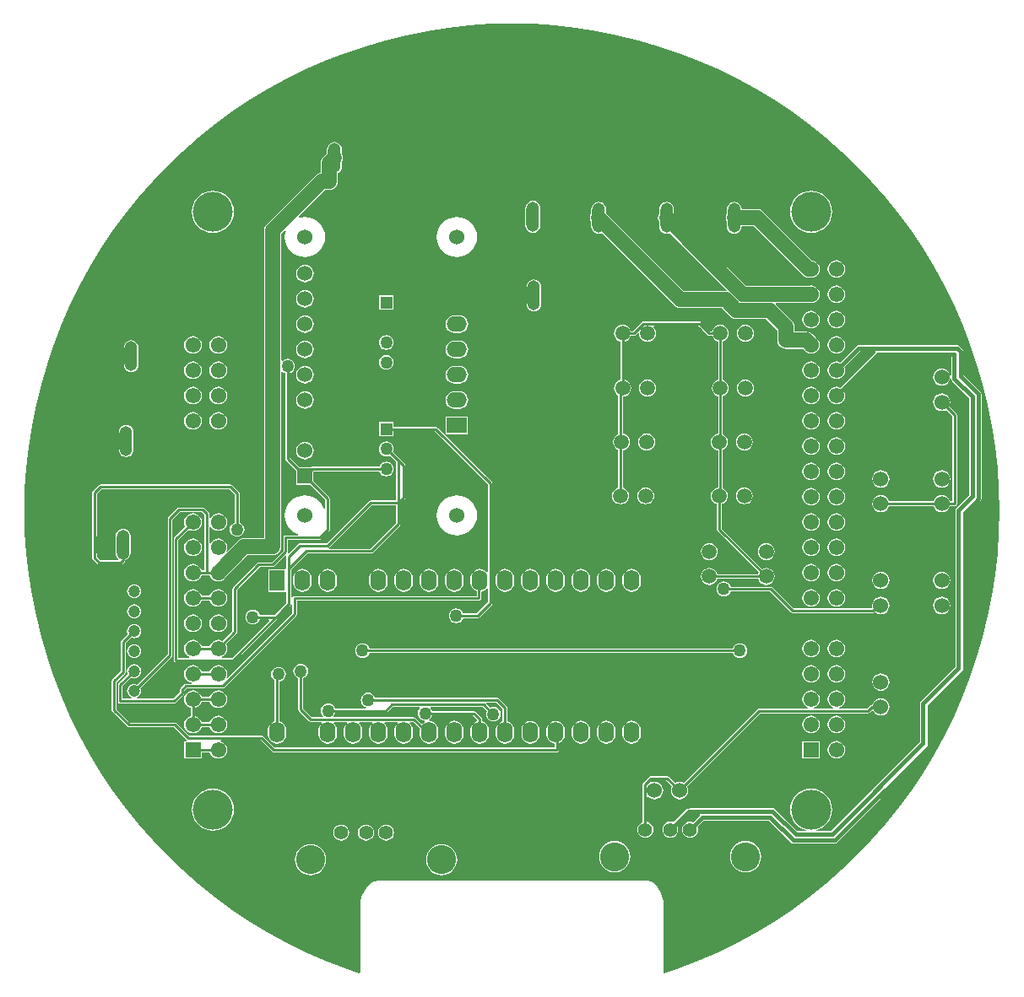
<source format=gbl>
G04 Layer_Physical_Order=2*
G04 Layer_Color=11436288*
%FSLAX24Y24*%
%MOIN*%
G70*
G01*
G75*
%ADD11C,0.0591*%
%ADD12C,0.0098*%
%ADD14C,0.0150*%
%ADD15O,0.0500X0.1181*%
%ADD16C,0.0472*%
%ADD17C,0.0600*%
%ADD18R,0.0500X0.0500*%
%ADD19C,0.0500*%
%ADD20C,0.0591*%
%ADD21C,0.1575*%
%ADD22C,0.0610*%
%ADD23R,0.0610X0.0610*%
%ADD24O,0.0630X0.0827*%
%ADD25R,0.0630X0.0827*%
%ADD26R,0.0600X0.0600*%
%ADD27O,0.0800X0.0600*%
%ADD28R,0.0800X0.0600*%
%ADD29C,0.0550*%
%ADD30C,0.1150*%
G36*
X24462Y42855D02*
X25300Y42800D01*
X26135Y42709D01*
X26965Y42581D01*
X27789Y42417D01*
X28605Y42218D01*
X29411Y41983D01*
X30206Y41713D01*
X30989Y41408D01*
X31758Y41070D01*
X32511Y40698D01*
X33248Y40294D01*
X33966Y39859D01*
X34664Y39392D01*
X35342Y38895D01*
X35997Y38370D01*
X36628Y37816D01*
X37235Y37235D01*
X37816Y36628D01*
X38370Y35997D01*
X38895Y35342D01*
X39392Y34664D01*
X39859Y33966D01*
X40294Y33248D01*
X40698Y32511D01*
X41070Y31758D01*
X41408Y30989D01*
X41713Y30206D01*
X41983Y29411D01*
X42218Y28605D01*
X42417Y27789D01*
X42581Y26965D01*
X42709Y26135D01*
X42800Y25300D01*
X42855Y24462D01*
X42873Y23629D01*
X42872Y23622D01*
X42873Y23615D01*
X42855Y22782D01*
X42800Y21944D01*
X42709Y21109D01*
X42581Y20279D01*
X42417Y19455D01*
X42218Y18639D01*
X41983Y17833D01*
X41713Y17038D01*
X41408Y16255D01*
X41070Y15486D01*
X40698Y14733D01*
X40294Y13996D01*
X39859Y13278D01*
X39392Y12580D01*
X38895Y11902D01*
X38370Y11247D01*
X37816Y10616D01*
X37235Y10009D01*
X36628Y9428D01*
X35997Y8874D01*
X35342Y8349D01*
X34664Y7852D01*
X33966Y7385D01*
X33248Y6950D01*
X32511Y6546D01*
X31758Y6174D01*
X30989Y5836D01*
X30206Y5531D01*
X29649Y5342D01*
X29608Y5371D01*
Y8012D01*
X29610D01*
X29595Y8207D01*
X29549Y8398D01*
X29474Y8579D01*
X29371Y8746D01*
X29244Y8896D01*
X29243Y8895D01*
X29175Y8947D01*
X29095Y8981D01*
X29009Y8992D01*
Y8991D01*
X18309D01*
X18309Y8993D01*
Y8993D01*
X18193Y8978D01*
X18086Y8933D01*
X17993Y8862D01*
X17993Y8862D01*
X17866Y8713D01*
X17763Y8545D01*
X17688Y8364D01*
X17642Y8173D01*
X17627Y7978D01*
X17629D01*
Y5374D01*
X17588Y5345D01*
X17038Y5531D01*
X16255Y5836D01*
X15486Y6174D01*
X14733Y6546D01*
X13996Y6950D01*
X13278Y7385D01*
X12580Y7852D01*
X11902Y8349D01*
X11247Y8874D01*
X10616Y9428D01*
X10009Y10009D01*
X9428Y10616D01*
X8874Y11247D01*
X8349Y11902D01*
X7852Y12580D01*
X7385Y13278D01*
X6950Y13996D01*
X6546Y14733D01*
X6174Y15486D01*
X5836Y16255D01*
X5531Y17038D01*
X5262Y17833D01*
X5026Y18639D01*
X4827Y19455D01*
X4663Y20279D01*
X4535Y21109D01*
X4444Y21944D01*
X4389Y22782D01*
X4370Y23622D01*
X4389Y24462D01*
X4444Y25300D01*
X4535Y26135D01*
X4663Y26965D01*
X4827Y27789D01*
X5026Y28605D01*
X5262Y29411D01*
X5531Y30206D01*
X5836Y30989D01*
X6174Y31758D01*
X6546Y32511D01*
X6950Y33248D01*
X7385Y33966D01*
X7852Y34664D01*
X8349Y35342D01*
X8874Y35997D01*
X9428Y36628D01*
X10009Y37235D01*
X10616Y37816D01*
X11247Y38370D01*
X11902Y38895D01*
X12580Y39392D01*
X13278Y39859D01*
X13996Y40294D01*
X14733Y40698D01*
X15486Y41070D01*
X16255Y41408D01*
X17038Y41713D01*
X17833Y41983D01*
X18639Y42218D01*
X19455Y42417D01*
X20279Y42581D01*
X21109Y42709D01*
X21944Y42800D01*
X22782Y42855D01*
X23622Y42874D01*
X24462Y42855D01*
D02*
G37*
%LPC*%
G36*
X19346Y21322D02*
X19254Y21310D01*
X19168Y21274D01*
X19094Y21217D01*
X19037Y21143D01*
X19001Y21057D01*
X18989Y20965D01*
Y20768D01*
X19001Y20675D01*
X19037Y20589D01*
X19094Y20515D01*
X19168Y20458D01*
X19254Y20423D01*
X19346Y20410D01*
X19439Y20423D01*
X19525Y20458D01*
X19599Y20515D01*
X19656Y20589D01*
X19692Y20675D01*
X19704Y20768D01*
Y20965D01*
X19692Y21057D01*
X19656Y21143D01*
X19599Y21217D01*
X19525Y21274D01*
X19439Y21310D01*
X19346Y21322D01*
D02*
G37*
G36*
X18346D02*
X18254Y21310D01*
X18168Y21274D01*
X18094Y21217D01*
X18037Y21143D01*
X18001Y21057D01*
X17989Y20965D01*
Y20768D01*
X18001Y20675D01*
X18037Y20589D01*
X18094Y20515D01*
X18168Y20458D01*
X18254Y20423D01*
X18346Y20410D01*
X18439Y20423D01*
X18525Y20458D01*
X18599Y20515D01*
X18656Y20589D01*
X18692Y20675D01*
X18704Y20768D01*
Y20965D01*
X18692Y21057D01*
X18656Y21143D01*
X18599Y21217D01*
X18525Y21274D01*
X18439Y21310D01*
X18346Y21322D01*
D02*
G37*
G36*
X16346D02*
X16254Y21310D01*
X16168Y21274D01*
X16094Y21217D01*
X16037Y21143D01*
X16001Y21057D01*
X15989Y20965D01*
Y20768D01*
X16001Y20675D01*
X16037Y20589D01*
X16094Y20515D01*
X16168Y20458D01*
X16254Y20423D01*
X16346Y20410D01*
X16439Y20423D01*
X16525Y20458D01*
X16599Y20515D01*
X16656Y20589D01*
X16692Y20675D01*
X16704Y20768D01*
Y20965D01*
X16692Y21057D01*
X16656Y21143D01*
X16599Y21217D01*
X16525Y21274D01*
X16439Y21310D01*
X16346Y21322D01*
D02*
G37*
G36*
X20346D02*
X20254Y21310D01*
X20168Y21274D01*
X20094Y21217D01*
X20037Y21143D01*
X20001Y21057D01*
X19989Y20965D01*
Y20768D01*
X20001Y20675D01*
X20037Y20589D01*
X20094Y20515D01*
X20168Y20458D01*
X20254Y20423D01*
X20346Y20410D01*
X20439Y20423D01*
X20525Y20458D01*
X20599Y20515D01*
X20656Y20589D01*
X20692Y20675D01*
X20704Y20768D01*
Y20965D01*
X20692Y21057D01*
X20656Y21143D01*
X20599Y21217D01*
X20525Y21274D01*
X20439Y21310D01*
X20346Y21322D01*
D02*
G37*
G36*
X24346D02*
X24254Y21310D01*
X24168Y21274D01*
X24094Y21217D01*
X24037Y21143D01*
X24001Y21057D01*
X23989Y20965D01*
Y20768D01*
X24001Y20675D01*
X24037Y20589D01*
X24094Y20515D01*
X24168Y20458D01*
X24254Y20423D01*
X24346Y20410D01*
X24439Y20423D01*
X24525Y20458D01*
X24599Y20515D01*
X24656Y20589D01*
X24692Y20675D01*
X24704Y20768D01*
Y20965D01*
X24692Y21057D01*
X24656Y21143D01*
X24599Y21217D01*
X24525Y21274D01*
X24439Y21310D01*
X24346Y21322D01*
D02*
G37*
G36*
X23346D02*
X23254Y21310D01*
X23168Y21274D01*
X23094Y21217D01*
X23037Y21143D01*
X23001Y21057D01*
X22989Y20965D01*
Y20768D01*
X23001Y20675D01*
X23037Y20589D01*
X23094Y20515D01*
X23168Y20458D01*
X23254Y20423D01*
X23346Y20410D01*
X23439Y20423D01*
X23525Y20458D01*
X23599Y20515D01*
X23656Y20589D01*
X23692Y20675D01*
X23704Y20768D01*
Y20965D01*
X23692Y21057D01*
X23656Y21143D01*
X23599Y21217D01*
X23525Y21274D01*
X23439Y21310D01*
X23346Y21322D01*
D02*
G37*
G36*
X21346D02*
X21254Y21310D01*
X21168Y21274D01*
X21094Y21217D01*
X21037Y21143D01*
X21001Y21057D01*
X20989Y20965D01*
Y20768D01*
X21001Y20675D01*
X21037Y20589D01*
X21094Y20515D01*
X21168Y20458D01*
X21254Y20423D01*
X21346Y20410D01*
X21439Y20423D01*
X21525Y20458D01*
X21599Y20515D01*
X21656Y20589D01*
X21692Y20675D01*
X21704Y20768D01*
Y20965D01*
X21692Y21057D01*
X21656Y21143D01*
X21599Y21217D01*
X21525Y21274D01*
X21439Y21310D01*
X21346Y21322D01*
D02*
G37*
G36*
X15346D02*
X15254Y21310D01*
X15168Y21274D01*
X15094Y21217D01*
X15037Y21143D01*
X15001Y21057D01*
X14989Y20965D01*
Y20768D01*
X15001Y20675D01*
X15037Y20589D01*
X15094Y20515D01*
X15168Y20458D01*
X15254Y20423D01*
X15346Y20410D01*
X15439Y20423D01*
X15525Y20458D01*
X15599Y20515D01*
X15656Y20589D01*
X15692Y20675D01*
X15704Y20768D01*
Y20965D01*
X15692Y21057D01*
X15656Y21143D01*
X15599Y21217D01*
X15525Y21274D01*
X15439Y21310D01*
X15346Y21322D01*
D02*
G37*
G36*
X40591Y20224D02*
X40502Y20213D01*
X40419Y20178D01*
X40349Y20124D01*
X40294Y20053D01*
X40260Y19970D01*
X40248Y19882D01*
X40260Y19793D01*
X40294Y19711D01*
X40349Y19640D01*
X40419Y19585D01*
X40502Y19551D01*
X40591Y19540D01*
X40679Y19551D01*
X40762Y19585D01*
X40833Y19640D01*
X40887Y19711D01*
X40921Y19793D01*
X40933Y19882D01*
X40921Y19970D01*
X40887Y20053D01*
X40833Y20124D01*
X40762Y20178D01*
X40679Y20213D01*
X40591Y20224D01*
D02*
G37*
G36*
X31990Y20822D02*
X31914Y20812D01*
X31844Y20783D01*
X31784Y20736D01*
X31737Y20676D01*
X31708Y20606D01*
X31698Y20530D01*
X31708Y20454D01*
X31737Y20384D01*
X31784Y20324D01*
X31844Y20277D01*
X31914Y20248D01*
X31990Y20238D01*
X32066Y20248D01*
X32136Y20277D01*
X32196Y20324D01*
X32243Y20384D01*
X32266Y20440D01*
X33813D01*
X34646Y19606D01*
X34675Y19587D01*
X34681Y19585D01*
X34710Y19580D01*
X34710Y19580D01*
X37885D01*
X37919Y19587D01*
X37949Y19606D01*
X37967Y19624D01*
X38018Y19585D01*
X38100Y19551D01*
X38189Y19540D01*
X38278Y19551D01*
X38360Y19585D01*
X38431Y19640D01*
X38485Y19711D01*
X38520Y19793D01*
X38531Y19882D01*
X38520Y19970D01*
X38485Y20053D01*
X38431Y20124D01*
X38360Y20178D01*
X38278Y20213D01*
X38189Y20224D01*
X38100Y20213D01*
X38018Y20178D01*
X37947Y20124D01*
X37893Y20053D01*
X37858Y19970D01*
X37847Y19882D01*
X37857Y19807D01*
X37832Y19772D01*
X37818Y19760D01*
X34747D01*
X33914Y20594D01*
X33885Y20613D01*
X33850Y20620D01*
X32266D01*
X32243Y20676D01*
X32196Y20736D01*
X32136Y20783D01*
X32066Y20812D01*
X31990Y20822D01*
D02*
G37*
G36*
X8701Y19924D02*
X8629Y19914D01*
X8562Y19886D01*
X8504Y19842D01*
X8460Y19785D01*
X8432Y19718D01*
X8423Y19646D01*
X8432Y19574D01*
X8460Y19507D01*
X8504Y19449D01*
X8562Y19405D01*
X8629Y19377D01*
X8701Y19368D01*
X8773Y19377D01*
X8840Y19405D01*
X8897Y19449D01*
X8942Y19507D01*
X8969Y19574D01*
X8979Y19646D01*
X8969Y19718D01*
X8942Y19785D01*
X8897Y19842D01*
X8840Y19886D01*
X8773Y19914D01*
X8701Y19924D01*
D02*
G37*
G36*
X35433Y20521D02*
X35343Y20509D01*
X35259Y20474D01*
X35187Y20419D01*
X35132Y20347D01*
X35097Y20263D01*
X35086Y20173D01*
X35097Y20083D01*
X35132Y19999D01*
X35187Y19928D01*
X35259Y19872D01*
X35343Y19838D01*
X35433Y19826D01*
X35523Y19838D01*
X35607Y19872D01*
X35679Y19928D01*
X35734Y19999D01*
X35769Y20083D01*
X35781Y20173D01*
X35769Y20263D01*
X35734Y20347D01*
X35679Y20419D01*
X35607Y20474D01*
X35523Y20509D01*
X35433Y20521D01*
D02*
G37*
G36*
X12024D02*
X11934Y20509D01*
X11850Y20474D01*
X11778Y20419D01*
X11723Y20347D01*
X11688Y20264D01*
X11359D01*
X11325Y20347D01*
X11269Y20419D01*
X11197Y20474D01*
X11114Y20509D01*
X11024Y20521D01*
X10934Y20509D01*
X10850Y20474D01*
X10778Y20419D01*
X10723Y20347D01*
X10688Y20263D01*
X10676Y20173D01*
X10688Y20083D01*
X10723Y19999D01*
X10778Y19928D01*
X10850Y19872D01*
X10934Y19838D01*
X11024Y19826D01*
X11114Y19838D01*
X11197Y19872D01*
X11269Y19928D01*
X11325Y19999D01*
X11359Y20083D01*
X11688D01*
X11723Y19999D01*
X11778Y19928D01*
X11850Y19872D01*
X11934Y19838D01*
X12024Y19826D01*
X12114Y19838D01*
X12197Y19872D01*
X12269Y19928D01*
X12325Y19999D01*
X12359Y20083D01*
X12371Y20173D01*
X12359Y20263D01*
X12325Y20347D01*
X12269Y20419D01*
X12197Y20474D01*
X12114Y20509D01*
X12024Y20521D01*
D02*
G37*
G36*
X8701Y20711D02*
X8629Y20702D01*
X8562Y20674D01*
X8504Y20630D01*
X8460Y20572D01*
X8432Y20505D01*
X8423Y20433D01*
X8432Y20361D01*
X8460Y20294D01*
X8504Y20237D01*
X8562Y20192D01*
X8629Y20165D01*
X8701Y20155D01*
X8773Y20165D01*
X8840Y20192D01*
X8897Y20237D01*
X8942Y20294D01*
X8969Y20361D01*
X8979Y20433D01*
X8969Y20505D01*
X8942Y20572D01*
X8897Y20630D01*
X8840Y20674D01*
X8773Y20702D01*
X8701Y20711D01*
D02*
G37*
G36*
X36433Y20521D02*
X36343Y20509D01*
X36259Y20474D01*
X36187Y20419D01*
X36132Y20347D01*
X36097Y20263D01*
X36086Y20173D01*
X36097Y20083D01*
X36132Y19999D01*
X36187Y19928D01*
X36259Y19872D01*
X36343Y19838D01*
X36433Y19826D01*
X36523Y19838D01*
X36607Y19872D01*
X36679Y19928D01*
X36734Y19999D01*
X36769Y20083D01*
X36781Y20173D01*
X36769Y20263D01*
X36734Y20347D01*
X36679Y20419D01*
X36607Y20474D01*
X36523Y20509D01*
X36433Y20521D01*
D02*
G37*
G36*
X11024Y22521D02*
X10934Y22509D01*
X10850Y22474D01*
X10778Y22419D01*
X10723Y22347D01*
X10688Y22263D01*
X10676Y22173D01*
X10688Y22083D01*
X10723Y21999D01*
X10778Y21928D01*
X10850Y21872D01*
X10934Y21838D01*
X11024Y21826D01*
X11114Y21838D01*
X11197Y21872D01*
X11269Y21928D01*
X11325Y21999D01*
X11359Y22083D01*
X11371Y22173D01*
X11359Y22263D01*
X11325Y22347D01*
X11269Y22419D01*
X11197Y22474D01*
X11114Y22509D01*
X11024Y22521D01*
D02*
G37*
G36*
X33661Y22345D02*
X33574Y22334D01*
X33493Y22300D01*
X33423Y22247D01*
X33369Y22177D01*
X33335Y22095D01*
X33324Y22008D01*
X33335Y21921D01*
X33369Y21839D01*
X33423Y21769D01*
X33493Y21716D01*
X33574Y21682D01*
X33661Y21670D01*
X33749Y21682D01*
X33830Y21716D01*
X33900Y21769D01*
X33954Y21839D01*
X33987Y21921D01*
X33999Y22008D01*
X33987Y22095D01*
X33954Y22177D01*
X33900Y22247D01*
X33830Y22300D01*
X33749Y22334D01*
X33661Y22345D01*
D02*
G37*
G36*
X31417D02*
X31330Y22334D01*
X31249Y22300D01*
X31179Y22247D01*
X31125Y22177D01*
X31091Y22095D01*
X31080Y22008D01*
X31091Y21921D01*
X31125Y21839D01*
X31179Y21769D01*
X31249Y21716D01*
X31330Y21682D01*
X31417Y21670D01*
X31505Y21682D01*
X31586Y21716D01*
X31656Y21769D01*
X31710Y21839D01*
X31743Y21921D01*
X31755Y22008D01*
X31743Y22095D01*
X31710Y22177D01*
X31656Y22247D01*
X31586Y22300D01*
X31505Y22334D01*
X31417Y22345D01*
D02*
G37*
G36*
X35433Y22521D02*
X35343Y22509D01*
X35259Y22474D01*
X35187Y22419D01*
X35132Y22347D01*
X35097Y22263D01*
X35086Y22173D01*
X35097Y22083D01*
X35132Y21999D01*
X35187Y21928D01*
X35259Y21872D01*
X35343Y21838D01*
X35433Y21826D01*
X35523Y21838D01*
X35607Y21872D01*
X35679Y21928D01*
X35734Y21999D01*
X35769Y22083D01*
X35781Y22173D01*
X35769Y22263D01*
X35734Y22347D01*
X35679Y22419D01*
X35607Y22474D01*
X35523Y22509D01*
X35433Y22521D01*
D02*
G37*
G36*
X21449Y24234D02*
X21294Y24219D01*
X21145Y24174D01*
X21008Y24100D01*
X20888Y24002D01*
X20789Y23882D01*
X20716Y23744D01*
X20671Y23596D01*
X20656Y23441D01*
X20671Y23286D01*
X20716Y23137D01*
X20789Y23000D01*
X20888Y22880D01*
X21008Y22781D01*
X21145Y22708D01*
X21294Y22663D01*
X21449Y22648D01*
X21604Y22663D01*
X21752Y22708D01*
X21889Y22781D01*
X22010Y22880D01*
X22108Y23000D01*
X22182Y23137D01*
X22227Y23286D01*
X22242Y23441D01*
X22227Y23596D01*
X22182Y23744D01*
X22108Y23882D01*
X22010Y24002D01*
X21889Y24100D01*
X21752Y24174D01*
X21604Y24219D01*
X21449Y24234D01*
D02*
G37*
G36*
X12520Y24660D02*
X7360D01*
X7325Y24653D01*
X7296Y24634D01*
X7076Y24414D01*
X7057Y24385D01*
X7050Y24350D01*
Y21760D01*
X7057Y21725D01*
X7076Y21696D01*
X7256Y21516D01*
X7256Y21516D01*
X7285Y21497D01*
X7320Y21490D01*
X8168D01*
X8202Y21497D01*
X8232Y21516D01*
X8332Y21616D01*
X8351Y21645D01*
X8355Y21666D01*
X8414Y21690D01*
X8474Y21737D01*
X8520Y21797D01*
X8550Y21867D01*
X8560Y21943D01*
Y22624D01*
X8550Y22700D01*
X8520Y22770D01*
X8474Y22830D01*
X8414Y22877D01*
X8343Y22906D01*
X8268Y22916D01*
X8192Y22906D01*
X8122Y22877D01*
X8061Y22830D01*
X8015Y22770D01*
X7986Y22700D01*
X7976Y22624D01*
Y21943D01*
X7986Y21867D01*
X8015Y21797D01*
X8061Y21737D01*
X8082Y21720D01*
X8065Y21670D01*
X7357D01*
X7230Y21797D01*
Y24313D01*
X7397Y24480D01*
X12483D01*
X12680Y24283D01*
Y23156D01*
X12624Y23133D01*
X12564Y23086D01*
X12517Y23026D01*
X12488Y22956D01*
X12478Y22880D01*
X12488Y22804D01*
X12517Y22734D01*
X12564Y22674D01*
X12624Y22627D01*
X12694Y22598D01*
X12770Y22588D01*
X12846Y22598D01*
X12916Y22627D01*
X12976Y22674D01*
X13023Y22734D01*
X13052Y22804D01*
X13062Y22880D01*
X13052Y22956D01*
X13023Y23026D01*
X12976Y23086D01*
X12916Y23133D01*
X12860Y23156D01*
Y24320D01*
X12853Y24355D01*
X12834Y24384D01*
X12834Y24384D01*
X12584Y24634D01*
X12555Y24653D01*
X12520Y24660D01*
D02*
G37*
G36*
X36433Y22521D02*
X36343Y22509D01*
X36259Y22474D01*
X36187Y22419D01*
X36132Y22347D01*
X36097Y22263D01*
X36086Y22173D01*
X36097Y22083D01*
X36132Y21999D01*
X36187Y21928D01*
X36259Y21872D01*
X36343Y21838D01*
X36433Y21826D01*
X36523Y21838D01*
X36607Y21872D01*
X36679Y21928D01*
X36734Y21999D01*
X36769Y22083D01*
X36781Y22173D01*
X36769Y22263D01*
X36734Y22347D01*
X36679Y22419D01*
X36607Y22474D01*
X36523Y22509D01*
X36433Y22521D01*
D02*
G37*
G36*
Y21521D02*
X36343Y21509D01*
X36259Y21474D01*
X36187Y21419D01*
X36132Y21347D01*
X36097Y21263D01*
X36086Y21173D01*
X36097Y21083D01*
X36132Y20999D01*
X36187Y20928D01*
X36259Y20872D01*
X36343Y20838D01*
X36433Y20826D01*
X36523Y20838D01*
X36607Y20872D01*
X36679Y20928D01*
X36734Y20999D01*
X36769Y21083D01*
X36781Y21173D01*
X36769Y21263D01*
X36734Y21347D01*
X36679Y21419D01*
X36607Y21474D01*
X36523Y21509D01*
X36433Y21521D01*
D02*
G37*
G36*
X27346Y21322D02*
X27254Y21310D01*
X27168Y21274D01*
X27094Y21217D01*
X27037Y21143D01*
X27001Y21057D01*
X26989Y20965D01*
Y20768D01*
X27001Y20675D01*
X27037Y20589D01*
X27094Y20515D01*
X27168Y20458D01*
X27254Y20423D01*
X27346Y20410D01*
X27439Y20423D01*
X27525Y20458D01*
X27599Y20515D01*
X27656Y20589D01*
X27692Y20675D01*
X27704Y20768D01*
Y20965D01*
X27692Y21057D01*
X27656Y21143D01*
X27599Y21217D01*
X27525Y21274D01*
X27439Y21310D01*
X27346Y21322D01*
D02*
G37*
G36*
X26346D02*
X26254Y21310D01*
X26168Y21274D01*
X26094Y21217D01*
X26037Y21143D01*
X26001Y21057D01*
X25989Y20965D01*
Y20768D01*
X26001Y20675D01*
X26037Y20589D01*
X26094Y20515D01*
X26168Y20458D01*
X26254Y20423D01*
X26346Y20410D01*
X26439Y20423D01*
X26525Y20458D01*
X26599Y20515D01*
X26656Y20589D01*
X26692Y20675D01*
X26704Y20768D01*
Y20965D01*
X26692Y21057D01*
X26656Y21143D01*
X26599Y21217D01*
X26525Y21274D01*
X26439Y21310D01*
X26346Y21322D01*
D02*
G37*
G36*
X25346D02*
X25254Y21310D01*
X25168Y21274D01*
X25094Y21217D01*
X25037Y21143D01*
X25001Y21057D01*
X24989Y20965D01*
Y20768D01*
X25001Y20675D01*
X25037Y20589D01*
X25094Y20515D01*
X25168Y20458D01*
X25254Y20423D01*
X25346Y20410D01*
X25439Y20423D01*
X25525Y20458D01*
X25599Y20515D01*
X25656Y20589D01*
X25692Y20675D01*
X25704Y20768D01*
Y20965D01*
X25692Y21057D01*
X25656Y21143D01*
X25599Y21217D01*
X25525Y21274D01*
X25439Y21310D01*
X25346Y21322D01*
D02*
G37*
G36*
X28346D02*
X28254Y21310D01*
X28168Y21274D01*
X28094Y21217D01*
X28037Y21143D01*
X28001Y21057D01*
X27989Y20965D01*
Y20768D01*
X28001Y20675D01*
X28037Y20589D01*
X28094Y20515D01*
X28168Y20458D01*
X28254Y20423D01*
X28346Y20410D01*
X28439Y20423D01*
X28525Y20458D01*
X28599Y20515D01*
X28656Y20589D01*
X28692Y20675D01*
X28704Y20768D01*
Y20965D01*
X28692Y21057D01*
X28656Y21143D01*
X28599Y21217D01*
X28525Y21274D01*
X28439Y21310D01*
X28346Y21322D01*
D02*
G37*
G36*
X35433Y21521D02*
X35343Y21509D01*
X35259Y21474D01*
X35187Y21419D01*
X35132Y21347D01*
X35097Y21263D01*
X35086Y21173D01*
X35097Y21083D01*
X35132Y20999D01*
X35187Y20928D01*
X35259Y20872D01*
X35343Y20838D01*
X35433Y20826D01*
X35523Y20838D01*
X35607Y20872D01*
X35679Y20928D01*
X35734Y20999D01*
X35769Y21083D01*
X35781Y21173D01*
X35769Y21263D01*
X35734Y21347D01*
X35679Y21419D01*
X35607Y21474D01*
X35523Y21509D01*
X35433Y21521D01*
D02*
G37*
G36*
X40591Y21208D02*
X40502Y21197D01*
X40419Y21163D01*
X40349Y21108D01*
X40294Y21037D01*
X40260Y20955D01*
X40248Y20866D01*
X40260Y20778D01*
X40294Y20695D01*
X40349Y20624D01*
X40419Y20570D01*
X40502Y20536D01*
X40591Y20524D01*
X40679Y20536D01*
X40762Y20570D01*
X40833Y20624D01*
X40887Y20695D01*
X40921Y20778D01*
X40933Y20866D01*
X40921Y20955D01*
X40887Y21037D01*
X40833Y21108D01*
X40762Y21163D01*
X40679Y21197D01*
X40591Y21208D01*
D02*
G37*
G36*
X38189D02*
X38100Y21197D01*
X38018Y21163D01*
X37947Y21108D01*
X37893Y21037D01*
X37858Y20955D01*
X37847Y20866D01*
X37858Y20778D01*
X37893Y20695D01*
X37947Y20624D01*
X38018Y20570D01*
X38100Y20536D01*
X38189Y20524D01*
X38278Y20536D01*
X38360Y20570D01*
X38431Y20624D01*
X38485Y20695D01*
X38520Y20778D01*
X38531Y20866D01*
X38520Y20955D01*
X38485Y21037D01*
X38431Y21108D01*
X38360Y21163D01*
X38278Y21197D01*
X38189Y21208D01*
D02*
G37*
G36*
X12024Y19521D02*
X11934Y19509D01*
X11850Y19474D01*
X11778Y19419D01*
X11723Y19347D01*
X11688Y19263D01*
X11676Y19173D01*
X11688Y19083D01*
X11723Y18999D01*
X11778Y18928D01*
X11850Y18872D01*
X11934Y18838D01*
X12024Y18826D01*
X12114Y18838D01*
X12197Y18872D01*
X12269Y18928D01*
X12325Y18999D01*
X12359Y19083D01*
X12371Y19173D01*
X12359Y19263D01*
X12325Y19347D01*
X12269Y19419D01*
X12197Y19474D01*
X12114Y19509D01*
X12024Y19521D01*
D02*
G37*
G36*
X14400Y17452D02*
X14324Y17442D01*
X14254Y17413D01*
X14194Y17366D01*
X14147Y17306D01*
X14118Y17236D01*
X14108Y17160D01*
X14118Y17084D01*
X14147Y17014D01*
X14194Y16954D01*
X14254Y16907D01*
X14256Y16906D01*
Y15310D01*
X14254Y15310D01*
X14168Y15274D01*
X14094Y15217D01*
X14037Y15143D01*
X14001Y15057D01*
X13989Y14965D01*
Y14768D01*
X14001Y14675D01*
X14037Y14589D01*
X14094Y14515D01*
X14168Y14458D01*
X14254Y14423D01*
X14346Y14410D01*
X14439Y14423D01*
X14525Y14458D01*
X14599Y14515D01*
X14656Y14589D01*
X14692Y14675D01*
X14704Y14768D01*
Y14965D01*
X14692Y15057D01*
X14656Y15143D01*
X14599Y15217D01*
X14525Y15274D01*
X14439Y15310D01*
X14437Y15310D01*
Y16873D01*
X14476Y16878D01*
X14546Y16907D01*
X14606Y16954D01*
X14653Y17014D01*
X14682Y17084D01*
X14692Y17160D01*
X14682Y17236D01*
X14653Y17306D01*
X14606Y17366D01*
X14546Y17413D01*
X14476Y17442D01*
X14400Y17452D01*
D02*
G37*
G36*
X35778Y14518D02*
X35089D01*
Y13829D01*
X35778D01*
Y14518D01*
D02*
G37*
G36*
X36433Y14521D02*
X36343Y14509D01*
X36259Y14474D01*
X36187Y14419D01*
X36132Y14347D01*
X36097Y14263D01*
X36086Y14173D01*
X36097Y14083D01*
X36132Y13999D01*
X36187Y13928D01*
X36259Y13872D01*
X36343Y13838D01*
X36433Y13826D01*
X36523Y13838D01*
X36607Y13872D01*
X36679Y13928D01*
X36734Y13999D01*
X36769Y14083D01*
X36781Y14173D01*
X36769Y14263D01*
X36734Y14347D01*
X36679Y14419D01*
X36607Y14474D01*
X36523Y14509D01*
X36433Y14521D01*
D02*
G37*
G36*
X21346Y15322D02*
X21254Y15310D01*
X21168Y15274D01*
X21094Y15217D01*
X21037Y15143D01*
X21001Y15057D01*
X20989Y14965D01*
Y14768D01*
X21001Y14675D01*
X21037Y14589D01*
X21094Y14515D01*
X21168Y14458D01*
X21254Y14423D01*
X21346Y14410D01*
X21439Y14423D01*
X21525Y14458D01*
X21599Y14515D01*
X21656Y14589D01*
X21692Y14675D01*
X21704Y14768D01*
Y14965D01*
X21692Y15057D01*
X21656Y15143D01*
X21599Y15217D01*
X21525Y15274D01*
X21439Y15310D01*
X21346Y15322D01*
D02*
G37*
G36*
X26346D02*
X26254Y15310D01*
X26168Y15274D01*
X26094Y15217D01*
X26037Y15143D01*
X26001Y15057D01*
X25989Y14965D01*
Y14768D01*
X26001Y14675D01*
X26037Y14589D01*
X26094Y14515D01*
X26168Y14458D01*
X26254Y14423D01*
X26346Y14410D01*
X26439Y14423D01*
X26525Y14458D01*
X26599Y14515D01*
X26656Y14589D01*
X26692Y14675D01*
X26704Y14768D01*
Y14965D01*
X26692Y15057D01*
X26656Y15143D01*
X26599Y15217D01*
X26525Y15274D01*
X26439Y15310D01*
X26346Y15322D01*
D02*
G37*
G36*
X24346D02*
X24254Y15310D01*
X24168Y15274D01*
X24094Y15217D01*
X24037Y15143D01*
X24001Y15057D01*
X23989Y14965D01*
Y14768D01*
X24001Y14675D01*
X24037Y14589D01*
X24094Y14515D01*
X24168Y14458D01*
X24254Y14423D01*
X24346Y14410D01*
X24439Y14423D01*
X24525Y14458D01*
X24599Y14515D01*
X24656Y14589D01*
X24692Y14675D01*
X24704Y14768D01*
Y14965D01*
X24692Y15057D01*
X24656Y15143D01*
X24599Y15217D01*
X24525Y15274D01*
X24439Y15310D01*
X24346Y15322D01*
D02*
G37*
G36*
X15280Y17572D02*
X15204Y17562D01*
X15134Y17533D01*
X15074Y17486D01*
X15027Y17426D01*
X14998Y17356D01*
X14988Y17280D01*
X14998Y17204D01*
X15027Y17134D01*
X15074Y17074D01*
X15134Y17027D01*
X15190Y17004D01*
Y15770D01*
X15197Y15735D01*
X15216Y15706D01*
X15616Y15306D01*
X15616Y15306D01*
X15645Y15287D01*
X15680Y15280D01*
X16093D01*
X16110Y15230D01*
X16094Y15217D01*
X16037Y15143D01*
X16001Y15057D01*
X15989Y14965D01*
Y14768D01*
X16001Y14675D01*
X16037Y14589D01*
X16094Y14515D01*
X16168Y14458D01*
X16254Y14423D01*
X16346Y14410D01*
X16439Y14423D01*
X16525Y14458D01*
X16599Y14515D01*
X16656Y14589D01*
X16692Y14675D01*
X16704Y14768D01*
Y14965D01*
X16692Y15057D01*
X16656Y15143D01*
X16599Y15217D01*
X16583Y15230D01*
X16600Y15280D01*
X17093D01*
X17110Y15230D01*
X17094Y15217D01*
X17037Y15143D01*
X17001Y15057D01*
X16989Y14965D01*
Y14768D01*
X17001Y14675D01*
X17037Y14589D01*
X17094Y14515D01*
X17168Y14458D01*
X17254Y14423D01*
X17346Y14410D01*
X17439Y14423D01*
X17525Y14458D01*
X17599Y14515D01*
X17656Y14589D01*
X17692Y14675D01*
X17704Y14768D01*
Y14965D01*
X17692Y15057D01*
X17656Y15143D01*
X17599Y15217D01*
X17583Y15230D01*
X17600Y15280D01*
X18093D01*
X18110Y15230D01*
X18094Y15217D01*
X18037Y15143D01*
X18001Y15057D01*
X17989Y14965D01*
Y14768D01*
X18001Y14675D01*
X18037Y14589D01*
X18094Y14515D01*
X18168Y14458D01*
X18254Y14423D01*
X18346Y14410D01*
X18439Y14423D01*
X18525Y14458D01*
X18599Y14515D01*
X18656Y14589D01*
X18692Y14675D01*
X18704Y14768D01*
Y14965D01*
X18692Y15057D01*
X18656Y15143D01*
X18599Y15217D01*
X18583Y15230D01*
X18600Y15280D01*
X19093D01*
X19110Y15230D01*
X19094Y15217D01*
X19037Y15143D01*
X19001Y15057D01*
X18989Y14965D01*
Y14768D01*
X19001Y14675D01*
X19037Y14589D01*
X19094Y14515D01*
X19168Y14458D01*
X19254Y14423D01*
X19346Y14410D01*
X19439Y14423D01*
X19525Y14458D01*
X19599Y14515D01*
X19656Y14589D01*
X19692Y14675D01*
X19704Y14768D01*
Y14965D01*
X19692Y15057D01*
X19656Y15143D01*
X19599Y15217D01*
X19583Y15230D01*
X19600Y15280D01*
X19713D01*
X19966Y15026D01*
X19995Y15007D01*
X19989Y14965D01*
Y14768D01*
X20001Y14675D01*
X20037Y14589D01*
X20094Y14515D01*
X20168Y14458D01*
X20254Y14423D01*
X20346Y14410D01*
X20439Y14423D01*
X20525Y14458D01*
X20599Y14515D01*
X20656Y14589D01*
X20692Y14675D01*
X20704Y14768D01*
Y14965D01*
X20692Y15057D01*
X20656Y15143D01*
X20599Y15217D01*
X20525Y15274D01*
X20439Y15310D01*
X20358Y15320D01*
X20345Y15355D01*
X20345Y15370D01*
X20401Y15414D01*
X20447Y15474D01*
X20471Y15530D01*
X22083D01*
X22254Y15359D01*
X22254Y15310D01*
X22168Y15274D01*
X22094Y15217D01*
X22037Y15143D01*
X22001Y15057D01*
X21989Y14965D01*
Y14768D01*
X22001Y14675D01*
X22037Y14589D01*
X22094Y14515D01*
X22168Y14458D01*
X22254Y14423D01*
X22346Y14410D01*
X22439Y14423D01*
X22525Y14458D01*
X22599Y14515D01*
X22656Y14589D01*
X22692Y14675D01*
X22704Y14768D01*
Y14965D01*
X22692Y15057D01*
X22656Y15143D01*
X22599Y15217D01*
X22525Y15274D01*
X22439Y15310D01*
X22437Y15310D01*
Y15394D01*
X22430Y15428D01*
X22410Y15457D01*
X22184Y15684D01*
X22155Y15703D01*
X22120Y15710D01*
X20471D01*
X20447Y15766D01*
X20406Y15820D01*
X20418Y15870D01*
X22473D01*
X22631Y15711D01*
X22608Y15656D01*
X22598Y15580D01*
X22608Y15504D01*
X22637Y15434D01*
X22684Y15374D01*
X22744Y15327D01*
X22814Y15298D01*
X22890Y15288D01*
X22966Y15298D01*
X23036Y15327D01*
X23096Y15374D01*
X23143Y15434D01*
X23172Y15504D01*
X23182Y15580D01*
X23172Y15656D01*
X23143Y15726D01*
X23096Y15786D01*
X23036Y15833D01*
X22966Y15862D01*
X22890Y15872D01*
X22814Y15862D01*
X22759Y15839D01*
X22599Y15999D01*
X22620Y16049D01*
X23010D01*
X23256Y15803D01*
Y15310D01*
X23254Y15310D01*
X23168Y15274D01*
X23094Y15217D01*
X23037Y15143D01*
X23001Y15057D01*
X22989Y14965D01*
Y14768D01*
X23001Y14675D01*
X23037Y14589D01*
X23094Y14515D01*
X23168Y14458D01*
X23254Y14423D01*
X23346Y14410D01*
X23439Y14423D01*
X23525Y14458D01*
X23599Y14515D01*
X23656Y14589D01*
X23692Y14675D01*
X23704Y14768D01*
Y14965D01*
X23692Y15057D01*
X23656Y15143D01*
X23599Y15217D01*
X23525Y15274D01*
X23439Y15310D01*
X23437Y15310D01*
Y15840D01*
X23430Y15875D01*
X23410Y15904D01*
X23112Y16203D01*
X23082Y16222D01*
X23048Y16229D01*
X18216D01*
X18193Y16285D01*
X18146Y16345D01*
X18086Y16392D01*
X18016Y16421D01*
X17940Y16431D01*
X17864Y16421D01*
X17794Y16392D01*
X17734Y16345D01*
X17687Y16285D01*
X17658Y16214D01*
X17648Y16139D01*
X17658Y16063D01*
X17687Y15993D01*
X17734Y15932D01*
X17794Y15886D01*
X17864Y15857D01*
X17853Y15810D01*
X16646D01*
X16623Y15866D01*
X16576Y15926D01*
X16516Y15973D01*
X16446Y16002D01*
X16370Y16012D01*
X16294Y16002D01*
X16224Y15973D01*
X16164Y15926D01*
X16117Y15866D01*
X16088Y15796D01*
X16078Y15720D01*
X16088Y15644D01*
X16117Y15574D01*
X16164Y15514D01*
X16168Y15510D01*
X16151Y15460D01*
X15717D01*
X15370Y15807D01*
Y17004D01*
X15426Y17027D01*
X15486Y17074D01*
X15533Y17134D01*
X15562Y17204D01*
X15572Y17280D01*
X15562Y17356D01*
X15533Y17426D01*
X15486Y17486D01*
X15426Y17533D01*
X15356Y17562D01*
X15280Y17572D01*
D02*
G37*
G36*
X11811Y12642D02*
X11649Y12626D01*
X11493Y12579D01*
X11349Y12502D01*
X11224Y12398D01*
X11120Y12273D01*
X11043Y12129D01*
X10996Y11973D01*
X10980Y11811D01*
X10996Y11649D01*
X11043Y11493D01*
X11120Y11349D01*
X11224Y11224D01*
X11349Y11120D01*
X11493Y11043D01*
X11649Y10996D01*
X11811Y10980D01*
X11973Y10996D01*
X12129Y11043D01*
X12273Y11120D01*
X12398Y11224D01*
X12502Y11349D01*
X12579Y11493D01*
X12626Y11649D01*
X12642Y11811D01*
X12626Y11973D01*
X12579Y12129D01*
X12502Y12273D01*
X12398Y12398D01*
X12273Y12502D01*
X12129Y12579D01*
X11973Y12626D01*
X11811Y12642D01*
D02*
G37*
G36*
X27677Y10568D02*
X27557Y10556D01*
X27441Y10521D01*
X27334Y10464D01*
X27241Y10387D01*
X27164Y10294D01*
X27107Y10187D01*
X27072Y10071D01*
X27060Y9951D01*
X27072Y9830D01*
X27107Y9715D01*
X27164Y9608D01*
X27241Y9514D01*
X27334Y9437D01*
X27441Y9380D01*
X27557Y9345D01*
X27677Y9333D01*
X27798Y9345D01*
X27913Y9380D01*
X28020Y9437D01*
X28114Y9514D01*
X28190Y9608D01*
X28248Y9715D01*
X28283Y9830D01*
X28294Y9951D01*
X28283Y10071D01*
X28248Y10187D01*
X28190Y10294D01*
X28114Y10387D01*
X28020Y10464D01*
X27913Y10521D01*
X27798Y10556D01*
X27677Y10568D01*
D02*
G37*
G36*
X20843Y10450D02*
X20722Y10438D01*
X20606Y10403D01*
X20500Y10346D01*
X20406Y10269D01*
X20329Y10176D01*
X20272Y10069D01*
X20237Y9953D01*
X20225Y9833D01*
X20237Y9712D01*
X20272Y9596D01*
X20329Y9490D01*
X20406Y9396D01*
X20500Y9319D01*
X20606Y9262D01*
X20722Y9227D01*
X20843Y9215D01*
X20963Y9227D01*
X21079Y9262D01*
X21186Y9319D01*
X21279Y9396D01*
X21356Y9490D01*
X21413Y9596D01*
X21448Y9712D01*
X21460Y9833D01*
X21448Y9953D01*
X21413Y10069D01*
X21356Y10176D01*
X21279Y10269D01*
X21186Y10346D01*
X21079Y10403D01*
X20963Y10438D01*
X20843Y10450D01*
D02*
G37*
G36*
X15669D02*
X15549Y10438D01*
X15433Y10403D01*
X15326Y10346D01*
X15233Y10269D01*
X15156Y10176D01*
X15099Y10069D01*
X15064Y9953D01*
X15052Y9833D01*
X15064Y9712D01*
X15099Y9596D01*
X15156Y9490D01*
X15233Y9396D01*
X15326Y9319D01*
X15433Y9262D01*
X15549Y9227D01*
X15669Y9215D01*
X15790Y9227D01*
X15906Y9262D01*
X16012Y9319D01*
X16106Y9396D01*
X16183Y9490D01*
X16240Y9596D01*
X16275Y9712D01*
X16287Y9833D01*
X16275Y9953D01*
X16240Y10069D01*
X16183Y10176D01*
X16106Y10269D01*
X16012Y10346D01*
X15906Y10403D01*
X15790Y10438D01*
X15669Y10450D01*
D02*
G37*
G36*
X32850Y10568D02*
X32730Y10556D01*
X32614Y10521D01*
X32507Y10464D01*
X32414Y10387D01*
X32337Y10294D01*
X32280Y10187D01*
X32245Y10071D01*
X32233Y9951D01*
X32245Y9830D01*
X32280Y9715D01*
X32337Y9608D01*
X32414Y9514D01*
X32507Y9437D01*
X32614Y9380D01*
X32730Y9345D01*
X32850Y9333D01*
X32971Y9345D01*
X33087Y9380D01*
X33193Y9437D01*
X33287Y9514D01*
X33364Y9608D01*
X33421Y9715D01*
X33456Y9830D01*
X33468Y9951D01*
X33456Y10071D01*
X33421Y10187D01*
X33364Y10294D01*
X33287Y10387D01*
X33193Y10464D01*
X33087Y10521D01*
X32971Y10556D01*
X32850Y10568D01*
D02*
G37*
G36*
X18650Y11217D02*
X18568Y11206D01*
X18491Y11174D01*
X18425Y11124D01*
X18375Y11058D01*
X18343Y10982D01*
X18333Y10900D01*
X18343Y10818D01*
X18375Y10741D01*
X18425Y10675D01*
X18491Y10625D01*
X18568Y10593D01*
X18650Y10583D01*
X18732Y10593D01*
X18808Y10625D01*
X18874Y10675D01*
X18924Y10741D01*
X18956Y10818D01*
X18967Y10900D01*
X18956Y10982D01*
X18924Y11058D01*
X18874Y11124D01*
X18808Y11174D01*
X18732Y11206D01*
X18650Y11217D01*
D02*
G37*
G36*
X17862D02*
X17780Y11206D01*
X17704Y11174D01*
X17638Y11124D01*
X17588Y11058D01*
X17556Y10982D01*
X17545Y10900D01*
X17556Y10818D01*
X17588Y10741D01*
X17638Y10675D01*
X17704Y10625D01*
X17780Y10593D01*
X17862Y10583D01*
X17944Y10593D01*
X18021Y10625D01*
X18086Y10675D01*
X18137Y10741D01*
X18168Y10818D01*
X18179Y10900D01*
X18168Y10982D01*
X18137Y11058D01*
X18086Y11124D01*
X18021Y11174D01*
X17944Y11206D01*
X17862Y11217D01*
D02*
G37*
G36*
X16878D02*
X16796Y11206D01*
X16719Y11174D01*
X16654Y11124D01*
X16603Y11058D01*
X16572Y10982D01*
X16561Y10900D01*
X16572Y10818D01*
X16603Y10741D01*
X16654Y10675D01*
X16719Y10625D01*
X16796Y10593D01*
X16878Y10583D01*
X16960Y10593D01*
X17036Y10625D01*
X17102Y10675D01*
X17153Y10741D01*
X17184Y10818D01*
X17195Y10900D01*
X17184Y10982D01*
X17153Y11058D01*
X17102Y11124D01*
X17036Y11174D01*
X16960Y11206D01*
X16878Y11217D01*
D02*
G37*
G36*
X35433Y18521D02*
X35343Y18509D01*
X35259Y18474D01*
X35187Y18419D01*
X35132Y18347D01*
X35097Y18263D01*
X35086Y18173D01*
X35097Y18083D01*
X35132Y17999D01*
X35187Y17928D01*
X35259Y17872D01*
X35343Y17838D01*
X35433Y17826D01*
X35523Y17838D01*
X35607Y17872D01*
X35679Y17928D01*
X35734Y17999D01*
X35769Y18083D01*
X35781Y18173D01*
X35769Y18263D01*
X35734Y18347D01*
X35679Y18419D01*
X35607Y18474D01*
X35523Y18509D01*
X35433Y18521D01*
D02*
G37*
G36*
X8701Y18349D02*
X8629Y18339D01*
X8562Y18312D01*
X8504Y18267D01*
X8460Y18210D01*
X8432Y18143D01*
X8423Y18071D01*
X8432Y17999D01*
X8460Y17932D01*
X8504Y17874D01*
X8562Y17830D01*
X8629Y17802D01*
X8701Y17793D01*
X8773Y17802D01*
X8840Y17830D01*
X8897Y17874D01*
X8942Y17932D01*
X8969Y17999D01*
X8979Y18071D01*
X8969Y18143D01*
X8942Y18210D01*
X8897Y18267D01*
X8840Y18312D01*
X8773Y18339D01*
X8701Y18349D01*
D02*
G37*
G36*
X36433Y17521D02*
X36343Y17509D01*
X36259Y17474D01*
X36187Y17419D01*
X36132Y17347D01*
X36097Y17263D01*
X36086Y17173D01*
X36097Y17083D01*
X36132Y16999D01*
X36187Y16928D01*
X36259Y16872D01*
X36343Y16838D01*
X36433Y16826D01*
X36523Y16838D01*
X36607Y16872D01*
X36679Y16928D01*
X36734Y16999D01*
X36769Y17083D01*
X36781Y17173D01*
X36769Y17263D01*
X36734Y17347D01*
X36679Y17419D01*
X36607Y17474D01*
X36523Y17509D01*
X36433Y17521D01*
D02*
G37*
G36*
Y18521D02*
X36343Y18509D01*
X36259Y18474D01*
X36187Y18419D01*
X36132Y18347D01*
X36097Y18263D01*
X36086Y18173D01*
X36097Y18083D01*
X36132Y17999D01*
X36187Y17928D01*
X36259Y17872D01*
X36343Y17838D01*
X36433Y17826D01*
X36523Y17838D01*
X36607Y17872D01*
X36679Y17928D01*
X36734Y17999D01*
X36769Y18083D01*
X36781Y18173D01*
X36769Y18263D01*
X36734Y18347D01*
X36679Y18419D01*
X36607Y18474D01*
X36523Y18509D01*
X36433Y18521D01*
D02*
G37*
G36*
X11024Y19521D02*
X10934Y19509D01*
X10850Y19474D01*
X10778Y19419D01*
X10723Y19347D01*
X10688Y19263D01*
X10676Y19173D01*
X10688Y19083D01*
X10723Y18999D01*
X10778Y18928D01*
X10850Y18872D01*
X10934Y18838D01*
X11024Y18826D01*
X11114Y18838D01*
X11197Y18872D01*
X11269Y18928D01*
X11325Y18999D01*
X11359Y19083D01*
X11371Y19173D01*
X11359Y19263D01*
X11325Y19347D01*
X11269Y19419D01*
X11197Y19474D01*
X11114Y19509D01*
X11024Y19521D01*
D02*
G37*
G36*
X8701Y19136D02*
X8629Y19127D01*
X8562Y19099D01*
X8504Y19055D01*
X8460Y18997D01*
X8432Y18930D01*
X8423Y18858D01*
X8432Y18786D01*
X8452Y18738D01*
X8204Y18489D01*
X8184Y18460D01*
X8177Y18425D01*
Y17282D01*
X7850Y16954D01*
X7830Y16924D01*
X7823Y16890D01*
Y15748D01*
X7830Y15713D01*
X7850Y15684D01*
X8440Y15094D01*
X8469Y15074D01*
X8504Y15067D01*
X10278D01*
X10763Y14582D01*
X10784Y14568D01*
X10780Y14530D01*
X10776Y14518D01*
X10679D01*
Y13829D01*
X11368D01*
Y14083D01*
X11688D01*
X11723Y13999D01*
X11778Y13928D01*
X11850Y13872D01*
X11934Y13838D01*
X12024Y13826D01*
X12114Y13838D01*
X12197Y13872D01*
X12269Y13928D01*
X12325Y13999D01*
X12359Y14083D01*
X12371Y14173D01*
X12359Y14263D01*
X12325Y14347D01*
X12269Y14419D01*
X12197Y14474D01*
X12114Y14509D01*
X12125Y14555D01*
X13703D01*
X14149Y14109D01*
X14178Y14090D01*
X14213Y14083D01*
X25394D01*
X25428Y14090D01*
X25458Y14109D01*
X25477Y14139D01*
X25484Y14173D01*
Y14441D01*
X25525Y14458D01*
X25599Y14515D01*
X25656Y14589D01*
X25692Y14675D01*
X25704Y14768D01*
Y14965D01*
X25692Y15057D01*
X25656Y15143D01*
X25599Y15217D01*
X25525Y15274D01*
X25439Y15310D01*
X25346Y15322D01*
X25254Y15310D01*
X25168Y15274D01*
X25094Y15217D01*
X25037Y15143D01*
X25001Y15057D01*
X24989Y14965D01*
Y14768D01*
X25001Y14675D01*
X25037Y14589D01*
X25094Y14515D01*
X25168Y14458D01*
X25254Y14423D01*
X25303Y14416D01*
Y14264D01*
X14250D01*
X13804Y14710D01*
X13775Y14729D01*
X13740Y14736D01*
X10864D01*
X10379Y15221D01*
X10350Y15241D01*
X10315Y15248D01*
X8541D01*
X8004Y15785D01*
Y16852D01*
X8332Y17180D01*
X8332Y17180D01*
X8351Y17210D01*
X8358Y17244D01*
Y18388D01*
X8580Y18610D01*
X8629Y18590D01*
X8701Y18580D01*
X8773Y18590D01*
X8840Y18618D01*
X8897Y18662D01*
X8942Y18719D01*
X8969Y18786D01*
X8979Y18858D01*
X8969Y18930D01*
X8942Y18997D01*
X8897Y19055D01*
X8840Y19099D01*
X8773Y19127D01*
X8701Y19136D01*
D02*
G37*
G36*
X32620Y18382D02*
X32544Y18372D01*
X32474Y18343D01*
X32414Y18296D01*
X32367Y18236D01*
X32344Y18180D01*
X17996D01*
X17973Y18236D01*
X17926Y18296D01*
X17866Y18343D01*
X17796Y18372D01*
X17720Y18382D01*
X17644Y18372D01*
X17574Y18343D01*
X17514Y18296D01*
X17467Y18236D01*
X17438Y18166D01*
X17428Y18090D01*
X17438Y18014D01*
X17467Y17944D01*
X17514Y17884D01*
X17574Y17837D01*
X17644Y17808D01*
X17720Y17798D01*
X17796Y17808D01*
X17866Y17837D01*
X17926Y17884D01*
X17973Y17944D01*
X17996Y18000D01*
X32344D01*
X32367Y17944D01*
X32414Y17884D01*
X32474Y17837D01*
X32544Y17808D01*
X32620Y17798D01*
X32696Y17808D01*
X32766Y17837D01*
X32826Y17884D01*
X32873Y17944D01*
X32902Y18014D01*
X32912Y18090D01*
X32902Y18166D01*
X32873Y18236D01*
X32826Y18296D01*
X32766Y18343D01*
X32696Y18372D01*
X32620Y18382D01*
D02*
G37*
G36*
X35433Y17521D02*
X35343Y17509D01*
X35259Y17474D01*
X35187Y17419D01*
X35132Y17347D01*
X35097Y17263D01*
X35086Y17173D01*
X35097Y17083D01*
X35132Y16999D01*
X35187Y16928D01*
X35259Y16872D01*
X35343Y16838D01*
X35433Y16826D01*
X35523Y16838D01*
X35607Y16872D01*
X35679Y16928D01*
X35734Y16999D01*
X35769Y17083D01*
X35781Y17173D01*
X35769Y17263D01*
X35734Y17347D01*
X35679Y17419D01*
X35607Y17474D01*
X35523Y17509D01*
X35433Y17521D01*
D02*
G37*
G36*
Y15521D02*
X35343Y15509D01*
X35259Y15474D01*
X35187Y15419D01*
X35132Y15347D01*
X35097Y15263D01*
X35086Y15173D01*
X35097Y15083D01*
X35132Y14999D01*
X35187Y14928D01*
X35259Y14872D01*
X35343Y14838D01*
X35433Y14826D01*
X35523Y14838D01*
X35607Y14872D01*
X35679Y14928D01*
X35734Y14999D01*
X35769Y15083D01*
X35781Y15173D01*
X35769Y15263D01*
X35734Y15347D01*
X35679Y15419D01*
X35607Y15474D01*
X35523Y15509D01*
X35433Y15521D01*
D02*
G37*
G36*
X28346Y15322D02*
X28254Y15310D01*
X28168Y15274D01*
X28094Y15217D01*
X28037Y15143D01*
X28001Y15057D01*
X27989Y14965D01*
Y14768D01*
X28001Y14675D01*
X28037Y14589D01*
X28094Y14515D01*
X28168Y14458D01*
X28254Y14423D01*
X28346Y14410D01*
X28439Y14423D01*
X28525Y14458D01*
X28599Y14515D01*
X28656Y14589D01*
X28692Y14675D01*
X28704Y14768D01*
Y14965D01*
X28692Y15057D01*
X28656Y15143D01*
X28599Y15217D01*
X28525Y15274D01*
X28439Y15310D01*
X28346Y15322D01*
D02*
G37*
G36*
X27346D02*
X27254Y15310D01*
X27168Y15274D01*
X27094Y15217D01*
X27037Y15143D01*
X27001Y15057D01*
X26989Y14965D01*
Y14768D01*
X27001Y14675D01*
X27037Y14589D01*
X27094Y14515D01*
X27168Y14458D01*
X27254Y14423D01*
X27346Y14410D01*
X27439Y14423D01*
X27525Y14458D01*
X27599Y14515D01*
X27656Y14589D01*
X27692Y14675D01*
X27704Y14768D01*
Y14965D01*
X27692Y15057D01*
X27656Y15143D01*
X27599Y15217D01*
X27525Y15274D01*
X27439Y15310D01*
X27346Y15322D01*
D02*
G37*
G36*
X36433Y15521D02*
X36343Y15509D01*
X36259Y15474D01*
X36187Y15419D01*
X36132Y15347D01*
X36097Y15263D01*
X36086Y15173D01*
X36097Y15083D01*
X36132Y14999D01*
X36187Y14928D01*
X36259Y14872D01*
X36343Y14838D01*
X36433Y14826D01*
X36523Y14838D01*
X36607Y14872D01*
X36679Y14928D01*
X36734Y14999D01*
X36769Y15083D01*
X36781Y15173D01*
X36769Y15263D01*
X36734Y15347D01*
X36679Y15419D01*
X36607Y15474D01*
X36523Y15509D01*
X36433Y15521D01*
D02*
G37*
G36*
X38189Y17193D02*
X38100Y17181D01*
X38018Y17147D01*
X37947Y17092D01*
X37893Y17022D01*
X37858Y16939D01*
X37847Y16850D01*
X37858Y16762D01*
X37893Y16679D01*
X37947Y16608D01*
X38018Y16554D01*
X38100Y16520D01*
X38189Y16508D01*
X38278Y16520D01*
X38360Y16554D01*
X38431Y16608D01*
X38485Y16679D01*
X38520Y16762D01*
X38531Y16850D01*
X38520Y16939D01*
X38485Y17022D01*
X38431Y17092D01*
X38360Y17147D01*
X38278Y17181D01*
X38189Y17193D01*
D02*
G37*
G36*
X12024Y16521D02*
X11934Y16509D01*
X11850Y16474D01*
X11778Y16419D01*
X11723Y16347D01*
X11688Y16264D01*
X11359D01*
X11325Y16347D01*
X11269Y16419D01*
X11197Y16474D01*
X11114Y16509D01*
X11024Y16521D01*
X10934Y16509D01*
X10850Y16474D01*
X10778Y16419D01*
X10723Y16347D01*
X10688Y16263D01*
X10676Y16173D01*
X10688Y16083D01*
X10723Y15999D01*
X10778Y15928D01*
X10850Y15872D01*
X10933Y15838D01*
Y15509D01*
X10850Y15474D01*
X10778Y15419D01*
X10723Y15347D01*
X10688Y15263D01*
X10676Y15173D01*
X10688Y15083D01*
X10723Y14999D01*
X10778Y14928D01*
X10850Y14872D01*
X10934Y14838D01*
X11024Y14826D01*
X11114Y14838D01*
X11197Y14872D01*
X11269Y14928D01*
X11325Y14999D01*
X11359Y15083D01*
X11688D01*
X11723Y14999D01*
X11778Y14928D01*
X11850Y14872D01*
X11934Y14838D01*
X12024Y14826D01*
X12114Y14838D01*
X12197Y14872D01*
X12269Y14928D01*
X12325Y14999D01*
X12359Y15083D01*
X12371Y15173D01*
X12359Y15263D01*
X12325Y15347D01*
X12269Y15419D01*
X12197Y15474D01*
X12114Y15509D01*
X12024Y15521D01*
X11934Y15509D01*
X11850Y15474D01*
X11778Y15419D01*
X11723Y15347D01*
X11688Y15264D01*
X11359D01*
X11325Y15347D01*
X11269Y15419D01*
X11197Y15474D01*
X11114Y15509D01*
Y15838D01*
X11197Y15872D01*
X11269Y15928D01*
X11325Y15999D01*
X11359Y16083D01*
X11688D01*
X11723Y15999D01*
X11778Y15928D01*
X11850Y15872D01*
X11934Y15838D01*
X12024Y15826D01*
X12114Y15838D01*
X12197Y15872D01*
X12269Y15928D01*
X12325Y15999D01*
X12359Y16083D01*
X12371Y16173D01*
X12359Y16263D01*
X12325Y16347D01*
X12269Y16419D01*
X12197Y16474D01*
X12114Y16509D01*
X12024Y16521D01*
D02*
G37*
G36*
X36433D02*
X36343Y16509D01*
X36259Y16474D01*
X36187Y16419D01*
X36132Y16347D01*
X36097Y16263D01*
X36086Y16173D01*
X36097Y16083D01*
X36132Y15999D01*
X36187Y15928D01*
X36259Y15872D01*
X36316Y15849D01*
X36306Y15799D01*
X35560D01*
X35550Y15849D01*
X35607Y15872D01*
X35679Y15928D01*
X35734Y15999D01*
X35769Y16083D01*
X35781Y16173D01*
X35769Y16263D01*
X35734Y16347D01*
X35679Y16419D01*
X35607Y16474D01*
X35523Y16509D01*
X35433Y16521D01*
X35343Y16509D01*
X35259Y16474D01*
X35187Y16419D01*
X35132Y16347D01*
X35097Y16263D01*
X35086Y16173D01*
X35097Y16083D01*
X35132Y15999D01*
X35187Y15928D01*
X35259Y15872D01*
X35316Y15849D01*
X35306Y15799D01*
X33386D01*
X33351Y15792D01*
X33322Y15773D01*
X30406Y12856D01*
X30325Y12890D01*
X30236Y12901D01*
X30148Y12890D01*
X30067Y12856D01*
X29809Y13114D01*
X29780Y13133D01*
X29745Y13140D01*
X29110D01*
X29075Y13133D01*
X29046Y13114D01*
X29046Y13114D01*
X28796Y12864D01*
X28777Y12835D01*
X28770Y12800D01*
Y11310D01*
X28727Y11292D01*
X28662Y11242D01*
X28611Y11176D01*
X28580Y11100D01*
X28569Y11018D01*
X28580Y10936D01*
X28611Y10859D01*
X28662Y10794D01*
X28727Y10743D01*
X28804Y10711D01*
X28886Y10701D01*
X28968Y10711D01*
X29044Y10743D01*
X29110Y10794D01*
X29160Y10859D01*
X29192Y10936D01*
X29203Y11018D01*
X29192Y11100D01*
X29160Y11176D01*
X29110Y11242D01*
X29044Y11292D01*
X28968Y11324D01*
X28950Y11326D01*
Y12313D01*
X29000Y12330D01*
X29010Y12317D01*
X29081Y12263D01*
X29163Y12228D01*
X29252Y12217D01*
X29341Y12228D01*
X29423Y12263D01*
X29494Y12317D01*
X29548Y12388D01*
X29583Y12470D01*
X29594Y12559D01*
X29583Y12648D01*
X29548Y12730D01*
X29494Y12801D01*
X29423Y12855D01*
X29341Y12890D01*
X29252Y12901D01*
X29163Y12890D01*
X29137Y12879D01*
X29109Y12921D01*
X29147Y12960D01*
X29708D01*
X29939Y12728D01*
X29906Y12648D01*
X29894Y12559D01*
X29906Y12470D01*
X29940Y12388D01*
X29994Y12317D01*
X30065Y12263D01*
X30148Y12228D01*
X30236Y12217D01*
X30325Y12228D01*
X30407Y12263D01*
X30478Y12317D01*
X30533Y12388D01*
X30567Y12470D01*
X30579Y12559D01*
X30567Y12648D01*
X30533Y12728D01*
X33423Y15618D01*
X37677D01*
X37712Y15625D01*
X37741Y15645D01*
X37831Y15735D01*
X37880Y15725D01*
X37893Y15695D01*
X37947Y15624D01*
X38018Y15570D01*
X38100Y15536D01*
X38189Y15524D01*
X38278Y15536D01*
X38360Y15570D01*
X38431Y15624D01*
X38485Y15695D01*
X38520Y15778D01*
X38531Y15866D01*
X38520Y15955D01*
X38485Y16037D01*
X38431Y16108D01*
X38360Y16163D01*
X38278Y16197D01*
X38189Y16208D01*
X38100Y16197D01*
X38018Y16163D01*
X37947Y16108D01*
X37893Y16037D01*
X37859Y15956D01*
X37835D01*
X37800Y15950D01*
X37771Y15930D01*
X37640Y15799D01*
X36560D01*
X36550Y15849D01*
X36607Y15872D01*
X36679Y15928D01*
X36734Y15999D01*
X36769Y16083D01*
X36781Y16173D01*
X36769Y16263D01*
X36734Y16347D01*
X36679Y16419D01*
X36607Y16474D01*
X36523Y16509D01*
X36433Y16521D01*
D02*
G37*
G36*
X12024Y30521D02*
X11934Y30509D01*
X11850Y30474D01*
X11778Y30419D01*
X11723Y30347D01*
X11688Y30263D01*
X11676Y30173D01*
X11688Y30083D01*
X11723Y29999D01*
X11778Y29928D01*
X11850Y29872D01*
X11934Y29838D01*
X12024Y29826D01*
X12114Y29838D01*
X12197Y29872D01*
X12269Y29928D01*
X12325Y29999D01*
X12359Y30083D01*
X12371Y30173D01*
X12359Y30263D01*
X12325Y30347D01*
X12269Y30419D01*
X12197Y30474D01*
X12114Y30509D01*
X12024Y30521D01*
D02*
G37*
G36*
X36433D02*
X36343Y30509D01*
X36259Y30474D01*
X36187Y30419D01*
X36132Y30347D01*
X36097Y30263D01*
X36086Y30173D01*
X36097Y30083D01*
X36132Y29999D01*
X36187Y29928D01*
X36259Y29872D01*
X36343Y29838D01*
X36433Y29826D01*
X36523Y29838D01*
X36607Y29872D01*
X36679Y29928D01*
X36734Y29999D01*
X36769Y30083D01*
X36781Y30173D01*
X36769Y30263D01*
X36734Y30347D01*
X36679Y30419D01*
X36607Y30474D01*
X36523Y30509D01*
X36433Y30521D01*
D02*
G37*
G36*
X21549Y30333D02*
X21349D01*
X21260Y30322D01*
X21178Y30287D01*
X21107Y30233D01*
X21052Y30162D01*
X21018Y30080D01*
X21007Y29991D01*
X21018Y29902D01*
X21052Y29820D01*
X21107Y29749D01*
X21178Y29694D01*
X21260Y29660D01*
X21349Y29649D01*
X21549D01*
X21637Y29660D01*
X21720Y29694D01*
X21791Y29749D01*
X21845Y29820D01*
X21879Y29902D01*
X21891Y29991D01*
X21879Y30080D01*
X21845Y30162D01*
X21791Y30233D01*
X21720Y30287D01*
X21637Y30322D01*
X21549Y30333D01*
D02*
G37*
G36*
X11024Y30521D02*
X10934Y30509D01*
X10850Y30474D01*
X10778Y30419D01*
X10723Y30347D01*
X10688Y30263D01*
X10676Y30173D01*
X10688Y30083D01*
X10723Y29999D01*
X10778Y29928D01*
X10850Y29872D01*
X10934Y29838D01*
X11024Y29826D01*
X11114Y29838D01*
X11197Y29872D01*
X11269Y29928D01*
X11325Y29999D01*
X11359Y30083D01*
X11371Y30173D01*
X11359Y30263D01*
X11325Y30347D01*
X11269Y30419D01*
X11197Y30474D01*
X11114Y30509D01*
X11024Y30521D01*
D02*
G37*
G36*
X15449Y31333D02*
X15360Y31322D01*
X15278Y31287D01*
X15207Y31233D01*
X15152Y31162D01*
X15118Y31080D01*
X15107Y30991D01*
X15118Y30902D01*
X15152Y30820D01*
X15207Y30749D01*
X15278Y30694D01*
X15360Y30660D01*
X15449Y30649D01*
X15537Y30660D01*
X15620Y30694D01*
X15691Y30749D01*
X15745Y30820D01*
X15779Y30902D01*
X15791Y30991D01*
X15779Y31080D01*
X15745Y31162D01*
X15691Y31233D01*
X15620Y31287D01*
X15537Y31322D01*
X15449Y31333D01*
D02*
G37*
G36*
X21549D02*
X21349D01*
X21260Y31322D01*
X21178Y31287D01*
X21107Y31233D01*
X21052Y31162D01*
X21018Y31080D01*
X21007Y30991D01*
X21018Y30902D01*
X21052Y30820D01*
X21107Y30749D01*
X21178Y30694D01*
X21260Y30660D01*
X21349Y30649D01*
X21549D01*
X21637Y30660D01*
X21720Y30694D01*
X21791Y30749D01*
X21845Y30820D01*
X21879Y30902D01*
X21891Y30991D01*
X21879Y31080D01*
X21845Y31162D01*
X21791Y31233D01*
X21720Y31287D01*
X21637Y31322D01*
X21549Y31333D01*
D02*
G37*
G36*
X18661Y30561D02*
X18586Y30551D01*
X18515Y30522D01*
X18455Y30476D01*
X18409Y30415D01*
X18379Y30345D01*
X18370Y30269D01*
X18379Y30194D01*
X18409Y30123D01*
X18455Y30063D01*
X18515Y30017D01*
X18586Y29987D01*
X18661Y29977D01*
X18737Y29987D01*
X18807Y30017D01*
X18868Y30063D01*
X18914Y30123D01*
X18943Y30194D01*
X18953Y30269D01*
X18943Y30345D01*
X18914Y30415D01*
X18868Y30476D01*
X18807Y30522D01*
X18737Y30551D01*
X18661Y30561D01*
D02*
G37*
G36*
X32835Y30967D02*
X32747Y30956D01*
X32666Y30922D01*
X32596Y30869D01*
X32542Y30799D01*
X32509Y30717D01*
X32497Y30630D01*
X32509Y30543D01*
X32542Y30461D01*
X32596Y30391D01*
X32666Y30338D01*
X32747Y30304D01*
X32835Y30292D01*
X32922Y30304D01*
X33003Y30338D01*
X33073Y30391D01*
X33127Y30461D01*
X33161Y30543D01*
X33172Y30630D01*
X33161Y30717D01*
X33127Y30799D01*
X33073Y30869D01*
X33003Y30922D01*
X32922Y30956D01*
X32835Y30967D01*
D02*
G37*
G36*
X12024Y29521D02*
X11934Y29509D01*
X11850Y29474D01*
X11778Y29419D01*
X11723Y29347D01*
X11688Y29263D01*
X11676Y29173D01*
X11688Y29083D01*
X11723Y28999D01*
X11778Y28928D01*
X11850Y28872D01*
X11934Y28838D01*
X12024Y28826D01*
X12114Y28838D01*
X12197Y28872D01*
X12269Y28928D01*
X12325Y28999D01*
X12359Y29083D01*
X12371Y29173D01*
X12359Y29263D01*
X12325Y29347D01*
X12269Y29419D01*
X12197Y29474D01*
X12114Y29509D01*
X12024Y29521D01*
D02*
G37*
G36*
X35433D02*
X35343Y29509D01*
X35259Y29474D01*
X35187Y29419D01*
X35132Y29347D01*
X35097Y29263D01*
X35086Y29173D01*
X35097Y29083D01*
X35132Y28999D01*
X35187Y28928D01*
X35259Y28872D01*
X35343Y28838D01*
X35433Y28826D01*
X35523Y28838D01*
X35607Y28872D01*
X35679Y28928D01*
X35734Y28999D01*
X35769Y29083D01*
X35781Y29173D01*
X35769Y29263D01*
X35734Y29347D01*
X35679Y29419D01*
X35607Y29474D01*
X35523Y29509D01*
X35433Y29521D01*
D02*
G37*
G36*
X21549Y29333D02*
X21349D01*
X21260Y29322D01*
X21178Y29287D01*
X21107Y29233D01*
X21052Y29162D01*
X21018Y29080D01*
X21007Y28991D01*
X21018Y28902D01*
X21052Y28820D01*
X21107Y28749D01*
X21178Y28695D01*
X21260Y28660D01*
X21349Y28649D01*
X21549D01*
X21637Y28660D01*
X21720Y28695D01*
X21791Y28749D01*
X21845Y28820D01*
X21879Y28902D01*
X21891Y28991D01*
X21879Y29080D01*
X21845Y29162D01*
X21791Y29233D01*
X21720Y29287D01*
X21637Y29322D01*
X21549Y29333D01*
D02*
G37*
G36*
X11024Y29521D02*
X10934Y29509D01*
X10850Y29474D01*
X10778Y29419D01*
X10723Y29347D01*
X10688Y29263D01*
X10676Y29173D01*
X10688Y29083D01*
X10723Y28999D01*
X10778Y28928D01*
X10850Y28872D01*
X10934Y28838D01*
X11024Y28826D01*
X11114Y28838D01*
X11197Y28872D01*
X11269Y28928D01*
X11325Y28999D01*
X11359Y29083D01*
X11371Y29173D01*
X11359Y29263D01*
X11325Y29347D01*
X11269Y29419D01*
X11197Y29474D01*
X11114Y29509D01*
X11024Y29521D01*
D02*
G37*
G36*
X18661Y29771D02*
X18586Y29761D01*
X18515Y29732D01*
X18455Y29686D01*
X18409Y29625D01*
X18379Y29555D01*
X18370Y29479D01*
X18379Y29404D01*
X18409Y29333D01*
X18455Y29273D01*
X18515Y29227D01*
X18586Y29197D01*
X18661Y29187D01*
X18737Y29197D01*
X18807Y29227D01*
X18868Y29273D01*
X18914Y29333D01*
X18943Y29404D01*
X18953Y29479D01*
X18943Y29555D01*
X18914Y29625D01*
X18868Y29686D01*
X18807Y29732D01*
X18737Y29761D01*
X18661Y29771D01*
D02*
G37*
G36*
X15449Y30333D02*
X15360Y30322D01*
X15278Y30287D01*
X15207Y30233D01*
X15152Y30162D01*
X15118Y30080D01*
X15107Y29991D01*
X15118Y29902D01*
X15152Y29820D01*
X15207Y29749D01*
X15278Y29694D01*
X15360Y29660D01*
X15449Y29649D01*
X15537Y29660D01*
X15620Y29694D01*
X15691Y29749D01*
X15745Y29820D01*
X15779Y29902D01*
X15791Y29991D01*
X15779Y30080D01*
X15745Y30162D01*
X15691Y30233D01*
X15620Y30287D01*
X15537Y30322D01*
X15449Y30333D01*
D02*
G37*
G36*
X41192Y30170D02*
X37313D01*
X37268Y30161D01*
X37268Y30161D01*
X37268D01*
X37231Y30136D01*
X36580Y29485D01*
X36523Y29509D01*
X36433Y29521D01*
X36343Y29509D01*
X36259Y29474D01*
X36187Y29419D01*
X36132Y29347D01*
X36097Y29263D01*
X36086Y29173D01*
X36097Y29083D01*
X36132Y28999D01*
X36187Y28928D01*
X36259Y28872D01*
X36343Y28838D01*
X36433Y28826D01*
X36523Y28838D01*
X36607Y28872D01*
X36679Y28928D01*
X36734Y28999D01*
X36769Y29083D01*
X36781Y29173D01*
X36769Y29263D01*
X36745Y29320D01*
X37361Y29937D01*
X37967D01*
X37982Y29887D01*
X37981Y29886D01*
X36580Y28485D01*
X36523Y28509D01*
X36433Y28521D01*
X36343Y28509D01*
X36259Y28474D01*
X36187Y28419D01*
X36132Y28347D01*
X36097Y28263D01*
X36086Y28173D01*
X36097Y28083D01*
X36132Y27999D01*
X36187Y27928D01*
X36259Y27872D01*
X36343Y27838D01*
X36433Y27826D01*
X36523Y27838D01*
X36607Y27872D01*
X36679Y27928D01*
X36734Y27999D01*
X36769Y28083D01*
X36781Y28173D01*
X36769Y28263D01*
X36745Y28320D01*
X38111Y29687D01*
X40972D01*
Y28984D01*
X40922Y28980D01*
X40921Y28986D01*
X40887Y29069D01*
X40833Y29140D01*
X40762Y29194D01*
X40679Y29228D01*
X40591Y29240D01*
X40502Y29228D01*
X40419Y29194D01*
X40349Y29140D01*
X40294Y29069D01*
X40260Y28986D01*
X40248Y28898D01*
X40260Y28809D01*
X40294Y28726D01*
X40349Y28656D01*
X40419Y28601D01*
X40502Y28567D01*
X40591Y28555D01*
X40679Y28567D01*
X40762Y28601D01*
X40833Y28656D01*
X40887Y28726D01*
X40921Y28809D01*
X40923Y28823D01*
X40974Y28824D01*
X40979Y28795D01*
X40981Y28788D01*
X41006Y28750D01*
X41675Y28081D01*
Y24241D01*
X41164Y23729D01*
X41138Y23691D01*
X41137Y23684D01*
X41129Y23647D01*
Y17461D01*
X39760Y16092D01*
X39735Y16054D01*
X39733Y16046D01*
X39726Y16009D01*
Y14472D01*
X36212Y10957D01*
X35639D01*
X35631Y11007D01*
X35751Y11043D01*
X35895Y11120D01*
X36021Y11224D01*
X36124Y11349D01*
X36201Y11493D01*
X36248Y11649D01*
X36264Y11811D01*
X36248Y11973D01*
X36201Y12129D01*
X36124Y12273D01*
X36021Y12398D01*
X35895Y12502D01*
X35751Y12579D01*
X35595Y12626D01*
X35433Y12642D01*
X35271Y12626D01*
X35115Y12579D01*
X34972Y12502D01*
X34846Y12398D01*
X34742Y12273D01*
X34666Y12129D01*
X34618Y11973D01*
X34602Y11811D01*
X34618Y11649D01*
X34666Y11493D01*
X34742Y11349D01*
X34846Y11224D01*
X34972Y11120D01*
X35115Y11043D01*
X35235Y11007D01*
X35227Y10957D01*
X34876D01*
X34005Y11829D01*
X33967Y11854D01*
X33960Y11855D01*
X33922Y11863D01*
X30598D01*
X30561Y11855D01*
X30554Y11854D01*
X30516Y11829D01*
X29994Y11307D01*
X29952Y11324D01*
X29870Y11335D01*
X29788Y11324D01*
X29712Y11292D01*
X29646Y11242D01*
X29595Y11176D01*
X29564Y11100D01*
X29553Y11018D01*
X29564Y10936D01*
X29595Y10859D01*
X29646Y10794D01*
X29712Y10743D01*
X29788Y10711D01*
X29870Y10701D01*
X29952Y10711D01*
X30029Y10743D01*
X30094Y10794D01*
X30145Y10859D01*
X30176Y10936D01*
X30187Y11018D01*
X30176Y11100D01*
X30159Y11142D01*
X30647Y11629D01*
X31040D01*
X31055Y11579D01*
X31053Y11579D01*
X30781Y11307D01*
X30740Y11324D01*
X30657Y11335D01*
X30575Y11324D01*
X30499Y11292D01*
X30433Y11242D01*
X30383Y11176D01*
X30351Y11100D01*
X30340Y11018D01*
X30351Y10936D01*
X30383Y10859D01*
X30433Y10794D01*
X30499Y10743D01*
X30575Y10711D01*
X30657Y10701D01*
X30740Y10711D01*
X30816Y10743D01*
X30882Y10794D01*
X30932Y10859D01*
X30964Y10936D01*
X30975Y11018D01*
X30964Y11100D01*
X30946Y11142D01*
X31184Y11379D01*
X33771D01*
X34642Y10508D01*
X34680Y10483D01*
X34710Y10477D01*
X34724Y10474D01*
X36363D01*
X36401Y10481D01*
X36408Y10483D01*
X36446Y10508D01*
X40175Y14237D01*
X40200Y14275D01*
X40202Y14282D01*
X40209Y14320D01*
Y15857D01*
X41579Y17227D01*
X41604Y17264D01*
X41605Y17272D01*
X41613Y17309D01*
Y23495D01*
X42051Y23933D01*
X42051Y23933D01*
X42051Y23933D01*
X42124Y24007D01*
X42139Y24029D01*
X42149Y24044D01*
X42149Y24044D01*
X42149Y24044D01*
X42153Y24064D01*
X42158Y24089D01*
Y28233D01*
X42153Y28258D01*
X42149Y28278D01*
X42149Y28278D01*
X42149Y28278D01*
X42139Y28294D01*
X42124Y28316D01*
X42051Y28389D01*
X42051Y28389D01*
X42051Y28389D01*
X41455Y28985D01*
Y29907D01*
X41451Y29929D01*
X41446Y29951D01*
X41446Y29951D01*
X41446Y29951D01*
X41435Y29969D01*
X41421Y29989D01*
X41275Y30136D01*
X41275Y30136D01*
X41275Y30136D01*
X41263Y30143D01*
X41237Y30161D01*
X41237Y30161D01*
X41237Y30161D01*
X41205Y30167D01*
X41192Y30170D01*
X41192D01*
X41192Y30170D01*
D02*
G37*
G36*
X8583Y30357D02*
X8507Y30347D01*
X8437Y30318D01*
X8376Y30271D01*
X8330Y30211D01*
X8301Y30140D01*
X8291Y30065D01*
Y29384D01*
X8301Y29308D01*
X8330Y29238D01*
X8376Y29177D01*
X8437Y29131D01*
X8507Y29102D01*
X8583Y29092D01*
X8658Y29102D01*
X8729Y29131D01*
X8789Y29177D01*
X8835Y29238D01*
X8865Y29308D01*
X8875Y29384D01*
Y30065D01*
X8865Y30140D01*
X8835Y30211D01*
X8789Y30271D01*
X8729Y30318D01*
X8658Y30347D01*
X8583Y30357D01*
D02*
G37*
G36*
X36433Y33521D02*
X36343Y33509D01*
X36259Y33474D01*
X36187Y33419D01*
X36132Y33347D01*
X36097Y33263D01*
X36086Y33173D01*
X36097Y33083D01*
X36132Y32999D01*
X36187Y32928D01*
X36259Y32872D01*
X36343Y32838D01*
X36433Y32826D01*
X36523Y32838D01*
X36607Y32872D01*
X36679Y32928D01*
X36734Y32999D01*
X36769Y33083D01*
X36781Y33173D01*
X36769Y33263D01*
X36734Y33347D01*
X36679Y33419D01*
X36607Y33474D01*
X36523Y33509D01*
X36433Y33521D01*
D02*
G37*
G36*
X16614Y38191D02*
X16539Y38182D01*
X16468Y38152D01*
X16408Y38106D01*
X16361Y38046D01*
X16332Y37975D01*
X16322Y37900D01*
Y37745D01*
X16173Y37595D01*
X16119Y37525D01*
X16109Y37501D01*
X16085Y37444D01*
X16074Y37356D01*
Y36967D01*
X16020Y36960D01*
X15973Y36940D01*
X15939Y36926D01*
X15869Y36873D01*
X13935Y34938D01*
Y34938D01*
X13935D01*
X13918Y34917D01*
X13881Y34868D01*
X13881Y34868D01*
X13847Y34787D01*
X13839Y34722D01*
X13836Y34699D01*
Y34699D01*
Y34699D01*
Y22542D01*
X13055D01*
X12968Y22531D01*
X12886Y22497D01*
X12816Y22443D01*
X12383Y22010D01*
X12341Y22038D01*
X12359Y22083D01*
X12371Y22173D01*
X12359Y22263D01*
X12325Y22347D01*
X12269Y22419D01*
X12197Y22474D01*
X12114Y22509D01*
X12024Y22521D01*
X11934Y22509D01*
X11850Y22474D01*
X11778Y22419D01*
X11723Y22347D01*
X11715Y22329D01*
X11665Y22339D01*
Y23008D01*
X11715Y23018D01*
X11723Y22999D01*
X11778Y22928D01*
X11850Y22872D01*
X11934Y22838D01*
X12024Y22826D01*
X12114Y22838D01*
X12197Y22872D01*
X12269Y22928D01*
X12325Y22999D01*
X12359Y23083D01*
X12371Y23173D01*
X12359Y23263D01*
X12325Y23347D01*
X12269Y23419D01*
X12197Y23474D01*
X12114Y23509D01*
X12024Y23521D01*
X11934Y23509D01*
X11850Y23474D01*
X11778Y23419D01*
X11723Y23347D01*
X11715Y23329D01*
X11665Y23339D01*
Y23504D01*
X11658Y23538D01*
X11639Y23568D01*
X11481Y23725D01*
X11452Y23745D01*
X11417Y23752D01*
X10472D01*
X10472D01*
X10472D01*
X10455Y23748D01*
X10438Y23745D01*
X10438Y23745D01*
X10438D01*
X10428Y23738D01*
X10409Y23725D01*
X10409Y23725D01*
X10409Y23725D01*
X10054Y23371D01*
X10046Y23359D01*
X10035Y23342D01*
Y23342D01*
X10035Y23342D01*
X10032Y23328D01*
X10028Y23307D01*
Y17951D01*
X8821Y16744D01*
X8773Y16765D01*
X8701Y16774D01*
X8629Y16765D01*
X8562Y16737D01*
X8504Y16693D01*
X8460Y16635D01*
X8432Y16568D01*
X8423Y16496D01*
X8432Y16424D01*
X8460Y16357D01*
X8504Y16300D01*
X8562Y16255D01*
X8592Y16243D01*
X8582Y16193D01*
X8240D01*
Y16695D01*
X8580Y17035D01*
X8629Y17015D01*
X8701Y17005D01*
X8773Y17015D01*
X8840Y17043D01*
X8897Y17087D01*
X8942Y17144D01*
X8969Y17212D01*
X8979Y17283D01*
X8969Y17355D01*
X8942Y17422D01*
X8897Y17480D01*
X8840Y17524D01*
X8773Y17552D01*
X8701Y17561D01*
X8629Y17552D01*
X8562Y17524D01*
X8504Y17480D01*
X8460Y17422D01*
X8432Y17355D01*
X8423Y17283D01*
X8432Y17212D01*
X8452Y17163D01*
X8086Y16796D01*
X8066Y16767D01*
X8059Y16732D01*
Y16102D01*
X8066Y16068D01*
X8086Y16039D01*
X8115Y16019D01*
X8150Y16012D01*
X10276D01*
X10310Y16019D01*
X10339Y16039D01*
X10654Y16353D01*
X10674Y16383D01*
X10675Y16388D01*
X10681Y16417D01*
X10681Y16417D01*
Y16498D01*
X10785Y16603D01*
X12205D01*
X12239Y16609D01*
X12269Y16629D01*
X15103Y19464D01*
X15103Y19464D01*
X15123Y19493D01*
X15130Y19528D01*
Y19528D01*
Y20067D01*
X22323D01*
X22357Y20074D01*
X22387Y20094D01*
X22406Y20123D01*
X22413Y20157D01*
Y20419D01*
X22439Y20423D01*
X22525Y20458D01*
X22599Y20515D01*
X22620Y20542D01*
X22670Y20525D01*
Y20007D01*
X22223Y19560D01*
X21696D01*
X21673Y19616D01*
X21626Y19676D01*
X21566Y19723D01*
X21496Y19752D01*
X21420Y19762D01*
X21344Y19752D01*
X21274Y19723D01*
X21214Y19676D01*
X21167Y19616D01*
X21138Y19546D01*
X21128Y19470D01*
X21138Y19394D01*
X21167Y19324D01*
X21214Y19264D01*
X21274Y19217D01*
X21344Y19188D01*
X21420Y19178D01*
X21496Y19188D01*
X21566Y19217D01*
X21626Y19264D01*
X21673Y19324D01*
X21696Y19380D01*
X22260D01*
X22295Y19387D01*
X22324Y19406D01*
X22824Y19906D01*
X22843Y19935D01*
X22850Y19970D01*
Y24690D01*
X22843Y24725D01*
X22824Y24754D01*
X20663Y26914D01*
X20634Y26934D01*
X20600Y26941D01*
X18951D01*
Y27140D01*
X18372D01*
Y26561D01*
X18951D01*
Y26760D01*
X20562D01*
X22670Y24653D01*
Y21208D01*
X22620Y21191D01*
X22599Y21217D01*
X22525Y21274D01*
X22439Y21310D01*
X22346Y21322D01*
X22254Y21310D01*
X22168Y21274D01*
X22094Y21217D01*
X22037Y21143D01*
X22001Y21057D01*
X21989Y20965D01*
Y20768D01*
X22001Y20675D01*
X22037Y20589D01*
X22094Y20515D01*
X22168Y20458D01*
X22233Y20431D01*
Y20248D01*
X15039D01*
X15005Y20241D01*
X14976Y20221D01*
X14956Y20192D01*
X14949Y20157D01*
Y19565D01*
X12375Y16991D01*
X12333Y17019D01*
X12359Y17083D01*
X12371Y17173D01*
X12359Y17263D01*
X12325Y17347D01*
X12269Y17419D01*
X12197Y17474D01*
X12114Y17509D01*
X12024Y17521D01*
X11934Y17509D01*
X11850Y17474D01*
X11778Y17419D01*
X11723Y17347D01*
X11688Y17264D01*
X11359D01*
X11325Y17347D01*
X11269Y17419D01*
X11197Y17474D01*
X11114Y17509D01*
X11024Y17521D01*
X10934Y17509D01*
X10850Y17474D01*
X10778Y17419D01*
X10723Y17347D01*
X10688Y17263D01*
X10676Y17173D01*
X10688Y17083D01*
X10723Y16999D01*
X10778Y16928D01*
X10850Y16872D01*
X10934Y16838D01*
X10967Y16833D01*
X10964Y16783D01*
X10748D01*
X10713Y16776D01*
X10684Y16757D01*
X10527Y16599D01*
X10507Y16570D01*
X10500Y16535D01*
Y16455D01*
X10238Y16193D01*
X8819D01*
X8809Y16243D01*
X8840Y16255D01*
X8897Y16300D01*
X8942Y16357D01*
X8969Y16424D01*
X8979Y16496D01*
X8969Y16568D01*
X8949Y16617D01*
X10182Y17850D01*
X10182Y17850D01*
X10202Y17879D01*
X10208Y17913D01*
Y17913D01*
Y23270D01*
X10510Y23571D01*
X11380D01*
X11484Y23467D01*
Y21264D01*
X11359D01*
X11325Y21347D01*
X11269Y21419D01*
X11197Y21474D01*
X11114Y21509D01*
X11024Y21521D01*
X10934Y21509D01*
X10850Y21474D01*
X10778Y21419D01*
X10723Y21347D01*
X10688Y21263D01*
X10676Y21173D01*
X10688Y21083D01*
X10723Y20999D01*
X10778Y20928D01*
X10850Y20872D01*
X10934Y20838D01*
X11024Y20826D01*
X11114Y20838D01*
X11197Y20872D01*
X11269Y20928D01*
X11325Y20999D01*
X11359Y21083D01*
X11688D01*
X11723Y20999D01*
X11778Y20928D01*
X11850Y20872D01*
X11934Y20838D01*
X12024Y20826D01*
X12114Y20838D01*
X12197Y20872D01*
X12269Y20928D01*
X12316Y20988D01*
X13195Y21867D01*
X14173D01*
X14261Y21879D01*
X14342Y21912D01*
X14412Y21966D01*
X14466Y22036D01*
X14499Y22117D01*
X14511Y22205D01*
Y29105D01*
X14561Y29118D01*
X14614Y29077D01*
X14670Y29054D01*
Y25680D01*
X14677Y25645D01*
X14696Y25616D01*
X15109Y25203D01*
Y24652D01*
X15660D01*
X16248Y24064D01*
Y23697D01*
X16198Y23690D01*
X16182Y23744D01*
X16108Y23882D01*
X16010Y24002D01*
X15889Y24100D01*
X15752Y24174D01*
X15604Y24219D01*
X15449Y24234D01*
X15294Y24219D01*
X15145Y24174D01*
X15008Y24100D01*
X14888Y24002D01*
X14789Y23882D01*
X14716Y23744D01*
X14671Y23596D01*
X14656Y23441D01*
X14671Y23286D01*
X14716Y23137D01*
X14789Y23000D01*
X14888Y22880D01*
X15008Y22781D01*
X15145Y22708D01*
X15174Y22699D01*
X15167Y22649D01*
X14685D01*
X14650Y22643D01*
X14621Y22623D01*
X14602Y22594D01*
X14595Y22559D01*
Y22045D01*
X14136Y21586D01*
X13622D01*
X13587Y21579D01*
X13558Y21560D01*
X12613Y20615D01*
X12594Y20586D01*
X12587Y20551D01*
Y18864D01*
X12197Y18474D01*
X12114Y18509D01*
X12024Y18521D01*
X11934Y18509D01*
X11850Y18474D01*
X11778Y18419D01*
X11723Y18347D01*
X11688Y18264D01*
X11359D01*
X11325Y18347D01*
X11269Y18419D01*
X11197Y18474D01*
X11114Y18509D01*
X11024Y18521D01*
X10934Y18509D01*
X10850Y18474D01*
X10778Y18419D01*
X10723Y18347D01*
X10688Y18263D01*
X10676Y18173D01*
X10688Y18083D01*
X10723Y17999D01*
X10778Y17928D01*
X10850Y17872D01*
X10887Y17857D01*
X10877Y17807D01*
X10445D01*
Y22467D01*
X10850Y22872D01*
X10934Y22838D01*
X11024Y22826D01*
X11114Y22838D01*
X11197Y22872D01*
X11269Y22928D01*
X11325Y22999D01*
X11359Y23083D01*
X11371Y23173D01*
X11359Y23263D01*
X11325Y23347D01*
X11269Y23419D01*
X11197Y23474D01*
X11114Y23509D01*
X11024Y23521D01*
X10934Y23509D01*
X10850Y23474D01*
X10778Y23419D01*
X10723Y23347D01*
X10688Y23263D01*
X10676Y23173D01*
X10688Y23083D01*
X10723Y23000D01*
X10290Y22568D01*
X10271Y22538D01*
X10264Y22504D01*
Y17717D01*
X10271Y17682D01*
X10290Y17653D01*
X10320Y17633D01*
X10354Y17626D01*
X12598D01*
X12633Y17633D01*
X12662Y17653D01*
X12662Y17653D01*
X14867Y19857D01*
X14867Y19857D01*
X14887Y19887D01*
X14893Y19921D01*
Y21296D01*
X15537Y21940D01*
X18070D01*
X18105Y21947D01*
X18134Y21966D01*
X19194Y23026D01*
X19194Y23026D01*
X19213Y23055D01*
X19220Y23090D01*
Y23896D01*
X19395Y24070D01*
X19395Y24070D01*
X19395Y24070D01*
X19395Y24070D01*
X19398Y24076D01*
X19414Y24099D01*
X19414Y24099D01*
X19414Y24099D01*
X19418Y24117D01*
X19421Y24134D01*
Y25394D01*
X19419Y25402D01*
X19414Y25428D01*
X19414Y25428D01*
Y25428D01*
X19404Y25443D01*
X19395Y25458D01*
X19194Y25658D01*
X19194Y25658D01*
X18920Y25932D01*
X18943Y25987D01*
X18953Y26063D01*
X18943Y26139D01*
X18914Y26209D01*
X18868Y26269D01*
X18807Y26316D01*
X18737Y26345D01*
X18661Y26355D01*
X18586Y26345D01*
X18515Y26316D01*
X18455Y26269D01*
X18409Y26209D01*
X18379Y26139D01*
X18370Y26063D01*
X18379Y25987D01*
X18409Y25917D01*
X18455Y25857D01*
X18515Y25810D01*
X18586Y25781D01*
X18661Y25771D01*
X18737Y25781D01*
X18793Y25804D01*
X19040Y25557D01*
Y24027D01*
X18032D01*
X17997Y24020D01*
X17968Y24001D01*
X16301Y22334D01*
X15236D01*
X15236D01*
X15236D01*
X15222Y22332D01*
X15202Y22328D01*
X15202Y22328D01*
X15202D01*
X15192Y22321D01*
X15172Y22308D01*
X15172Y22308D01*
X15172Y22308D01*
X14810Y21946D01*
X14771Y21972D01*
X14769Y21975D01*
X14775Y22008D01*
Y22469D01*
X16024D01*
X16058Y22476D01*
X16087Y22495D01*
X16402Y22810D01*
X16422Y22839D01*
X16423Y22845D01*
X16429Y22874D01*
X16429Y22874D01*
Y24101D01*
X16429Y24101D01*
X16423Y24130D01*
X16422Y24136D01*
X16402Y24165D01*
X15788Y24779D01*
Y25179D01*
X18386D01*
X18409Y25123D01*
X18455Y25063D01*
X18515Y25017D01*
X18586Y24987D01*
X18661Y24977D01*
X18737Y24987D01*
X18807Y25017D01*
X18868Y25063D01*
X18914Y25123D01*
X18943Y25194D01*
X18953Y25269D01*
X18943Y25345D01*
X18914Y25415D01*
X18868Y25476D01*
X18807Y25522D01*
X18737Y25551D01*
X18661Y25561D01*
X18586Y25551D01*
X18515Y25522D01*
X18455Y25476D01*
X18409Y25415D01*
X18386Y25360D01*
X15727D01*
X15727D01*
X15727D01*
X15707Y25356D01*
X15693Y25353D01*
X15693Y25353D01*
X15693D01*
X15682Y25345D01*
X15663Y25333D01*
X15663Y25333D01*
X15660Y25330D01*
X15237D01*
X14850Y25717D01*
Y29054D01*
X14906Y29077D01*
X14966Y29124D01*
X15013Y29184D01*
X15042Y29254D01*
X15052Y29330D01*
X15042Y29406D01*
X15013Y29476D01*
X14966Y29536D01*
X14906Y29583D01*
X14836Y29612D01*
X14760Y29622D01*
X14684Y29612D01*
X14614Y29583D01*
X14561Y29542D01*
X14511Y29555D01*
Y34559D01*
X14650Y34699D01*
X14694Y34672D01*
X14671Y34596D01*
X14656Y34441D01*
X14671Y34286D01*
X14716Y34137D01*
X14789Y34000D01*
X14888Y33880D01*
X15008Y33781D01*
X15145Y33708D01*
X15294Y33663D01*
X15449Y33648D01*
X15604Y33663D01*
X15752Y33708D01*
X15889Y33781D01*
X16010Y33880D01*
X16108Y34000D01*
X16182Y34137D01*
X16227Y34286D01*
X16242Y34441D01*
X16227Y34596D01*
X16182Y34744D01*
X16108Y34882D01*
X16010Y35002D01*
X15889Y35100D01*
X15752Y35174D01*
X15604Y35219D01*
X15449Y35234D01*
X15294Y35219D01*
X15218Y35196D01*
X15191Y35240D01*
X16248Y36296D01*
X16411D01*
X16499Y36308D01*
X16580Y36342D01*
X16650Y36395D01*
X16704Y36465D01*
X16737Y36546D01*
X16749Y36634D01*
Y36961D01*
X16760Y36966D01*
X16821Y37012D01*
X16867Y37073D01*
X16896Y37143D01*
X16906Y37219D01*
Y37390D01*
X16906Y37390D01*
X16940Y37472D01*
X16952Y37559D01*
X16940Y37646D01*
X16906Y37728D01*
X16906Y37728D01*
Y37900D01*
X16896Y37975D01*
X16867Y38046D01*
X16821Y38106D01*
X16760Y38152D01*
X16690Y38182D01*
X16614Y38191D01*
D02*
G37*
G36*
X15449Y33333D02*
X15360Y33322D01*
X15278Y33287D01*
X15207Y33233D01*
X15152Y33162D01*
X15118Y33080D01*
X15107Y32991D01*
X15118Y32902D01*
X15152Y32820D01*
X15207Y32749D01*
X15278Y32694D01*
X15360Y32660D01*
X15449Y32649D01*
X15537Y32660D01*
X15620Y32694D01*
X15691Y32749D01*
X15745Y32820D01*
X15779Y32902D01*
X15791Y32991D01*
X15779Y33080D01*
X15745Y33162D01*
X15691Y33233D01*
X15620Y33287D01*
X15537Y33322D01*
X15449Y33333D01*
D02*
G37*
G36*
X32402Y35829D02*
X32326Y35819D01*
X32256Y35790D01*
X32195Y35744D01*
X32149Y35683D01*
X32120Y35613D01*
X32110Y35537D01*
Y35366D01*
X32109Y35366D01*
X32076Y35284D01*
X32064Y35197D01*
X32076Y35110D01*
X32109Y35028D01*
X32110Y35028D01*
Y34856D01*
X32120Y34781D01*
X32149Y34710D01*
X32195Y34650D01*
X32256Y34604D01*
X32326Y34574D01*
X32402Y34564D01*
X32477Y34574D01*
X32548Y34604D01*
X32608Y34650D01*
X32654Y34710D01*
X32683Y34781D01*
X32693Y34856D01*
Y34859D01*
X33167D01*
X35092Y32935D01*
X35092D01*
Y32935D01*
X35113Y32918D01*
X35162Y32881D01*
X35162Y32881D01*
X35186Y32871D01*
X35243Y32847D01*
X35331Y32836D01*
X35331D01*
X35331D01*
X35358D01*
X35433Y32826D01*
X35523Y32838D01*
X35607Y32872D01*
X35679Y32928D01*
X35734Y32999D01*
X35769Y33083D01*
X35781Y33173D01*
X35769Y33263D01*
X35734Y33347D01*
X35679Y33419D01*
X35607Y33474D01*
X35523Y33509D01*
X35465Y33517D01*
X33546Y35436D01*
X33546D01*
Y35436D01*
X33525Y35452D01*
X33476Y35489D01*
X33476Y35489D01*
X33394Y35523D01*
X33330Y35531D01*
X33307Y35534D01*
X33307D01*
X33307D01*
X32693D01*
Y35537D01*
X32683Y35613D01*
X32654Y35683D01*
X32608Y35744D01*
X32548Y35790D01*
X32477Y35819D01*
X32402Y35829D01*
D02*
G37*
G36*
X35433Y36264D02*
X35271Y36248D01*
X35115Y36201D01*
X34972Y36124D01*
X34846Y36021D01*
X34742Y35895D01*
X34666Y35751D01*
X34618Y35595D01*
X34602Y35433D01*
X34618Y35271D01*
X34666Y35115D01*
X34742Y34972D01*
X34846Y34846D01*
X34972Y34742D01*
X35115Y34666D01*
X35271Y34618D01*
X35433Y34602D01*
X35595Y34618D01*
X35751Y34666D01*
X35895Y34742D01*
X36021Y34846D01*
X36124Y34972D01*
X36201Y35115D01*
X36248Y35271D01*
X36264Y35433D01*
X36248Y35595D01*
X36201Y35751D01*
X36124Y35895D01*
X36021Y36021D01*
X35895Y36124D01*
X35751Y36201D01*
X35595Y36248D01*
X35433Y36264D01*
D02*
G37*
G36*
X24449Y35869D02*
X24373Y35859D01*
X24303Y35830D01*
X24242Y35783D01*
X24196Y35723D01*
X24167Y35652D01*
X24157Y35577D01*
Y34896D01*
X24167Y34820D01*
X24196Y34750D01*
X24242Y34689D01*
X24303Y34643D01*
X24373Y34614D01*
X24449Y34604D01*
X24524Y34614D01*
X24595Y34643D01*
X24655Y34689D01*
X24702Y34750D01*
X24731Y34820D01*
X24741Y34896D01*
Y35577D01*
X24731Y35652D01*
X24702Y35723D01*
X24655Y35783D01*
X24595Y35830D01*
X24524Y35859D01*
X24449Y35869D01*
D02*
G37*
G36*
X21449Y35234D02*
X21294Y35219D01*
X21145Y35174D01*
X21008Y35100D01*
X20888Y35002D01*
X20789Y34882D01*
X20716Y34744D01*
X20671Y34596D01*
X20656Y34441D01*
X20671Y34286D01*
X20716Y34137D01*
X20789Y34000D01*
X20888Y33880D01*
X21008Y33781D01*
X21145Y33708D01*
X21294Y33663D01*
X21449Y33648D01*
X21604Y33663D01*
X21752Y33708D01*
X21889Y33781D01*
X22010Y33880D01*
X22108Y34000D01*
X22182Y34137D01*
X22227Y34286D01*
X22242Y34441D01*
X22227Y34596D01*
X22182Y34744D01*
X22108Y34882D01*
X22010Y35002D01*
X21889Y35100D01*
X21752Y35174D01*
X21604Y35219D01*
X21449Y35234D01*
D02*
G37*
G36*
X11811Y36264D02*
X11649Y36248D01*
X11493Y36201D01*
X11349Y36124D01*
X11224Y36021D01*
X11120Y35895D01*
X11043Y35751D01*
X10996Y35595D01*
X10980Y35433D01*
X10996Y35271D01*
X11043Y35115D01*
X11120Y34972D01*
X11224Y34846D01*
X11349Y34742D01*
X11493Y34666D01*
X11649Y34618D01*
X11811Y34602D01*
X11973Y34618D01*
X12129Y34666D01*
X12273Y34742D01*
X12398Y34846D01*
X12502Y34972D01*
X12579Y35115D01*
X12626Y35271D01*
X12642Y35433D01*
X12626Y35595D01*
X12579Y35751D01*
X12502Y35895D01*
X12398Y36021D01*
X12273Y36124D01*
X12129Y36201D01*
X11973Y36248D01*
X11811Y36264D01*
D02*
G37*
G36*
X36433Y31521D02*
X36343Y31509D01*
X36259Y31474D01*
X36187Y31419D01*
X36132Y31347D01*
X36097Y31263D01*
X36086Y31173D01*
X36097Y31083D01*
X36132Y30999D01*
X36187Y30928D01*
X36259Y30872D01*
X36343Y30838D01*
X36433Y30826D01*
X36523Y30838D01*
X36607Y30872D01*
X36679Y30928D01*
X36734Y30999D01*
X36769Y31083D01*
X36781Y31173D01*
X36769Y31263D01*
X36734Y31347D01*
X36679Y31419D01*
X36607Y31474D01*
X36523Y31509D01*
X36433Y31521D01*
D02*
G37*
G36*
X24488Y32758D02*
X24413Y32748D01*
X24342Y32719D01*
X24282Y32673D01*
X24235Y32612D01*
X24206Y32542D01*
X24196Y32467D01*
Y31785D01*
X24206Y31710D01*
X24235Y31639D01*
X24282Y31579D01*
X24342Y31533D01*
X24413Y31504D01*
X24488Y31494D01*
X24564Y31504D01*
X24634Y31533D01*
X24695Y31579D01*
X24741Y31639D01*
X24770Y31710D01*
X24780Y31785D01*
Y32467D01*
X24770Y32542D01*
X24741Y32612D01*
X24695Y32673D01*
X24634Y32719D01*
X24564Y32748D01*
X24488Y32758D01*
D02*
G37*
G36*
X31025Y31104D02*
X28817D01*
X28783Y31097D01*
X28754Y31078D01*
X28396Y30720D01*
X28317D01*
X28284Y30799D01*
X28231Y30869D01*
X28161Y30922D01*
X28079Y30956D01*
X27992Y30967D01*
X27905Y30956D01*
X27823Y30922D01*
X27753Y30869D01*
X27700Y30799D01*
X27666Y30717D01*
X27655Y30630D01*
X27666Y30543D01*
X27700Y30461D01*
X27753Y30391D01*
X27823Y30338D01*
X27902Y30305D01*
Y28789D01*
X27823Y28757D01*
X27753Y28703D01*
X27700Y28633D01*
X27666Y28552D01*
X27655Y28465D01*
X27666Y28377D01*
X27700Y28296D01*
X27753Y28226D01*
X27823Y28172D01*
Y26647D01*
X27784Y26631D01*
X27714Y26577D01*
X27660Y26507D01*
X27627Y26426D01*
X27615Y26339D01*
X27627Y26251D01*
X27660Y26170D01*
X27714Y26100D01*
X27784Y26046D01*
X27823Y26030D01*
Y24537D01*
X27745Y24505D01*
X27675Y24451D01*
X27621Y24381D01*
X27587Y24300D01*
X27576Y24213D01*
X27587Y24125D01*
X27621Y24044D01*
X27675Y23974D01*
X27745Y23920D01*
X27826Y23887D01*
X27913Y23875D01*
X28001Y23887D01*
X28082Y23920D01*
X28152Y23974D01*
X28206Y24044D01*
X28239Y24125D01*
X28251Y24213D01*
X28239Y24300D01*
X28206Y24381D01*
X28152Y24451D01*
X28082Y24505D01*
X28004Y24537D01*
Y26008D01*
X28040Y26013D01*
X28122Y26046D01*
X28191Y26100D01*
X28245Y26170D01*
X28279Y26251D01*
X28290Y26339D01*
X28279Y26426D01*
X28245Y26507D01*
X28191Y26577D01*
X28122Y26631D01*
X28040Y26665D01*
X28004Y26669D01*
Y28129D01*
X28079Y28139D01*
X28161Y28172D01*
X28231Y28226D01*
X28284Y28296D01*
X28318Y28377D01*
X28330Y28465D01*
X28318Y28552D01*
X28284Y28633D01*
X28231Y28703D01*
X28161Y28757D01*
X28082Y28789D01*
Y30305D01*
X28161Y30338D01*
X28231Y30391D01*
X28284Y30461D01*
X28317Y30540D01*
X28434D01*
X28468Y30546D01*
X28497Y30566D01*
X28593Y30661D01*
X28640Y30638D01*
X28639Y30630D01*
X28650Y30543D01*
X28684Y30461D01*
X28738Y30391D01*
X28808Y30338D01*
X28889Y30304D01*
X28976Y30292D01*
X29064Y30304D01*
X29145Y30338D01*
X29215Y30391D01*
X29269Y30461D01*
X29302Y30543D01*
X29314Y30630D01*
X29302Y30717D01*
X29269Y30799D01*
X29215Y30869D01*
X29209Y30873D01*
X29226Y30923D01*
X30988D01*
X31345Y30566D01*
X31374Y30546D01*
X31409Y30540D01*
X31526D01*
X31558Y30461D01*
X31612Y30391D01*
X31682Y30338D01*
X31760Y30305D01*
Y28789D01*
X31682Y28757D01*
X31612Y28703D01*
X31558Y28633D01*
X31524Y28552D01*
X31513Y28465D01*
X31524Y28377D01*
X31558Y28296D01*
X31612Y28226D01*
X31682Y28172D01*
X31760Y28140D01*
Y26669D01*
X31724Y26665D01*
X31642Y26631D01*
X31572Y26577D01*
X31519Y26507D01*
X31485Y26426D01*
X31473Y26339D01*
X31485Y26251D01*
X31519Y26170D01*
X31572Y26100D01*
X31642Y26046D01*
X31724Y26013D01*
X31760Y26008D01*
Y24543D01*
X31724Y24539D01*
X31642Y24505D01*
X31572Y24451D01*
X31519Y24381D01*
X31485Y24300D01*
X31473Y24213D01*
X31485Y24125D01*
X31519Y24044D01*
X31572Y23974D01*
X31642Y23920D01*
X31721Y23888D01*
Y22874D01*
X31728Y22839D01*
X31747Y22810D01*
X33368Y21189D01*
X33337Y21114D01*
X31742D01*
X31710Y21192D01*
X31656Y21262D01*
X31586Y21316D01*
X31505Y21350D01*
X31417Y21361D01*
X31330Y21350D01*
X31249Y21316D01*
X31179Y21262D01*
X31125Y21192D01*
X31091Y21111D01*
X31080Y21024D01*
X31091Y20936D01*
X31125Y20855D01*
X31179Y20785D01*
X31249Y20731D01*
X31330Y20698D01*
X31417Y20686D01*
X31505Y20698D01*
X31586Y20731D01*
X31656Y20785D01*
X31710Y20855D01*
X31742Y20933D01*
X33337D01*
X33369Y20855D01*
X33423Y20785D01*
X33493Y20731D01*
X33574Y20698D01*
X33661Y20686D01*
X33749Y20698D01*
X33830Y20731D01*
X33900Y20785D01*
X33954Y20855D01*
X33987Y20936D01*
X33999Y21024D01*
X33987Y21111D01*
X33954Y21192D01*
X33900Y21262D01*
X33830Y21316D01*
X33749Y21350D01*
X33661Y21361D01*
X33574Y21350D01*
X33496Y21317D01*
X31901Y22911D01*
Y23888D01*
X31980Y23920D01*
X32050Y23974D01*
X32103Y24044D01*
X32137Y24125D01*
X32149Y24213D01*
X32137Y24300D01*
X32103Y24381D01*
X32050Y24451D01*
X31980Y24505D01*
X31941Y24521D01*
Y26030D01*
X31980Y26046D01*
X32050Y26100D01*
X32103Y26170D01*
X32137Y26251D01*
X32149Y26339D01*
X32137Y26426D01*
X32103Y26507D01*
X32050Y26577D01*
X31980Y26631D01*
X31941Y26647D01*
Y28140D01*
X32019Y28172D01*
X32089Y28226D01*
X32143Y28296D01*
X32176Y28377D01*
X32188Y28465D01*
X32176Y28552D01*
X32143Y28633D01*
X32089Y28703D01*
X32019Y28757D01*
X31941Y28789D01*
Y30305D01*
X32019Y30338D01*
X32089Y30391D01*
X32143Y30461D01*
X32176Y30543D01*
X32188Y30630D01*
X32176Y30717D01*
X32143Y30799D01*
X32089Y30869D01*
X32019Y30922D01*
X31938Y30956D01*
X31850Y30967D01*
X31763Y30956D01*
X31682Y30922D01*
X31612Y30869D01*
X31558Y30799D01*
X31526Y30720D01*
X31446D01*
X31089Y31078D01*
X31060Y31097D01*
X31025Y31104D01*
D02*
G37*
G36*
X35433Y31521D02*
X35343Y31509D01*
X35259Y31474D01*
X35187Y31419D01*
X35132Y31347D01*
X35097Y31263D01*
X35086Y31173D01*
X35097Y31083D01*
X35132Y30999D01*
X35187Y30928D01*
X35259Y30872D01*
X35343Y30838D01*
X35433Y30826D01*
X35523Y30838D01*
X35607Y30872D01*
X35679Y30928D01*
X35734Y30999D01*
X35769Y31083D01*
X35781Y31173D01*
X35769Y31263D01*
X35734Y31347D01*
X35679Y31419D01*
X35607Y31474D01*
X35523Y31509D01*
X35433Y31521D01*
D02*
G37*
G36*
X36433Y32521D02*
X36343Y32509D01*
X36259Y32474D01*
X36187Y32419D01*
X36132Y32347D01*
X36097Y32263D01*
X36086Y32173D01*
X36097Y32083D01*
X36132Y31999D01*
X36187Y31928D01*
X36259Y31872D01*
X36343Y31838D01*
X36433Y31826D01*
X36523Y31838D01*
X36607Y31872D01*
X36679Y31928D01*
X36734Y31999D01*
X36769Y32083D01*
X36781Y32173D01*
X36769Y32263D01*
X36734Y32347D01*
X36679Y32419D01*
X36607Y32474D01*
X36523Y32509D01*
X36433Y32521D01*
D02*
G37*
G36*
X29724Y35829D02*
X29649Y35819D01*
X29578Y35790D01*
X29518Y35744D01*
X29472Y35683D01*
X29443Y35613D01*
X29433Y35537D01*
Y35366D01*
X29432Y35366D01*
X29398Y35284D01*
X29387Y35197D01*
X29398Y35110D01*
X29432Y35028D01*
X29433Y35028D01*
Y34856D01*
X29443Y34781D01*
X29472Y34710D01*
X29518Y34650D01*
X29578Y34604D01*
X29649Y34574D01*
X29724Y34564D01*
X29800Y34574D01*
X29849Y34595D01*
X32091Y32353D01*
X32068Y32305D01*
X32062Y32306D01*
X30415D01*
X27339Y35382D01*
Y35537D01*
X27329Y35613D01*
X27300Y35683D01*
X27254Y35744D01*
X27193Y35790D01*
X27123Y35819D01*
X27047Y35829D01*
X26972Y35819D01*
X26901Y35790D01*
X26841Y35744D01*
X26794Y35683D01*
X26765Y35613D01*
X26755Y35537D01*
Y35366D01*
X26755Y35366D01*
X26721Y35284D01*
X26710Y35197D01*
X26721Y35110D01*
X26755Y35028D01*
X26755Y35028D01*
Y34856D01*
X26765Y34781D01*
X26794Y34710D01*
X26841Y34650D01*
X26901Y34604D01*
X26972Y34574D01*
X27047Y34564D01*
X27123Y34574D01*
X27172Y34595D01*
X30037Y31730D01*
X30107Y31676D01*
X30141Y31662D01*
X30188Y31642D01*
X30276Y31631D01*
X31922D01*
X32248Y31305D01*
X32318Y31251D01*
X32400Y31217D01*
X32487Y31206D01*
X33657D01*
X34111Y30751D01*
Y30354D01*
X34123Y30267D01*
X34157Y30186D01*
X34210Y30116D01*
X34280Y30062D01*
X34361Y30028D01*
X34449Y30017D01*
X35112D01*
X35141Y29988D01*
X35187Y29928D01*
X35259Y29872D01*
X35343Y29838D01*
X35433Y29826D01*
X35523Y29838D01*
X35607Y29872D01*
X35679Y29928D01*
X35734Y29999D01*
X35769Y30083D01*
X35781Y30173D01*
X35769Y30263D01*
X35734Y30347D01*
X35679Y30419D01*
X35618Y30465D01*
X35491Y30593D01*
X35421Y30647D01*
X35397Y30657D01*
X35339Y30680D01*
X35252Y30692D01*
X34786D01*
Y30891D01*
X34775Y30978D01*
X34741Y31060D01*
X34687Y31130D01*
X34035Y31782D01*
X34030Y31786D01*
X34047Y31836D01*
X35358D01*
X35433Y31826D01*
X35523Y31838D01*
X35607Y31872D01*
X35679Y31928D01*
X35734Y31999D01*
X35769Y32083D01*
X35781Y32173D01*
X35769Y32263D01*
X35734Y32347D01*
X35679Y32419D01*
X35607Y32474D01*
X35523Y32509D01*
X35433Y32521D01*
X35358Y32511D01*
X32888D01*
X30016Y35382D01*
Y35537D01*
X30006Y35613D01*
X29977Y35683D01*
X29931Y35744D01*
X29870Y35790D01*
X29800Y35819D01*
X29724Y35829D01*
D02*
G37*
G36*
X18951Y32140D02*
X18372D01*
Y31561D01*
X18951D01*
Y32140D01*
D02*
G37*
G36*
X15449Y32333D02*
X15360Y32322D01*
X15278Y32287D01*
X15207Y32233D01*
X15152Y32162D01*
X15118Y32080D01*
X15107Y31991D01*
X15118Y31902D01*
X15152Y31820D01*
X15207Y31749D01*
X15278Y31695D01*
X15360Y31660D01*
X15449Y31649D01*
X15537Y31660D01*
X15620Y31695D01*
X15691Y31749D01*
X15745Y31820D01*
X15779Y31902D01*
X15791Y31991D01*
X15779Y32080D01*
X15745Y32162D01*
X15691Y32233D01*
X15620Y32287D01*
X15537Y32322D01*
X15449Y32333D01*
D02*
G37*
G36*
X36433Y25521D02*
X36343Y25509D01*
X36259Y25474D01*
X36187Y25419D01*
X36132Y25347D01*
X36097Y25263D01*
X36086Y25173D01*
X36097Y25083D01*
X36132Y24999D01*
X36187Y24928D01*
X36259Y24872D01*
X36343Y24838D01*
X36433Y24826D01*
X36523Y24838D01*
X36607Y24872D01*
X36679Y24928D01*
X36734Y24999D01*
X36769Y25083D01*
X36781Y25173D01*
X36769Y25263D01*
X36734Y25347D01*
X36679Y25419D01*
X36607Y25474D01*
X36523Y25509D01*
X36433Y25521D01*
D02*
G37*
G36*
X15449Y26333D02*
X15360Y26322D01*
X15278Y26287D01*
X15207Y26233D01*
X15152Y26162D01*
X15118Y26080D01*
X15107Y25991D01*
X15118Y25902D01*
X15152Y25820D01*
X15207Y25749D01*
X15278Y25694D01*
X15360Y25660D01*
X15449Y25649D01*
X15537Y25660D01*
X15620Y25694D01*
X15691Y25749D01*
X15745Y25820D01*
X15779Y25902D01*
X15791Y25991D01*
X15779Y26080D01*
X15745Y26162D01*
X15691Y26233D01*
X15620Y26287D01*
X15537Y26322D01*
X15449Y26333D01*
D02*
G37*
G36*
X40591Y25224D02*
X40502Y25213D01*
X40419Y25178D01*
X40349Y25124D01*
X40294Y25053D01*
X40260Y24970D01*
X40248Y24882D01*
X40260Y24793D01*
X40294Y24711D01*
X40349Y24640D01*
X40419Y24585D01*
X40502Y24551D01*
X40591Y24540D01*
X40679Y24551D01*
X40762Y24585D01*
X40833Y24640D01*
X40887Y24711D01*
X40921Y24793D01*
X40933Y24882D01*
X40921Y24970D01*
X40887Y25053D01*
X40833Y25124D01*
X40762Y25178D01*
X40679Y25213D01*
X40591Y25224D01*
D02*
G37*
G36*
X35433Y25521D02*
X35343Y25509D01*
X35259Y25474D01*
X35187Y25419D01*
X35132Y25347D01*
X35097Y25263D01*
X35086Y25173D01*
X35097Y25083D01*
X35132Y24999D01*
X35187Y24928D01*
X35259Y24872D01*
X35343Y24838D01*
X35433Y24826D01*
X35523Y24838D01*
X35607Y24872D01*
X35679Y24928D01*
X35734Y24999D01*
X35769Y25083D01*
X35781Y25173D01*
X35769Y25263D01*
X35734Y25347D01*
X35679Y25419D01*
X35607Y25474D01*
X35523Y25509D01*
X35433Y25521D01*
D02*
G37*
G36*
X36433Y26521D02*
X36343Y26509D01*
X36259Y26474D01*
X36187Y26419D01*
X36132Y26347D01*
X36097Y26263D01*
X36086Y26173D01*
X36097Y26083D01*
X36132Y25999D01*
X36187Y25928D01*
X36259Y25872D01*
X36343Y25838D01*
X36433Y25826D01*
X36523Y25838D01*
X36607Y25872D01*
X36679Y25928D01*
X36734Y25999D01*
X36769Y26083D01*
X36781Y26173D01*
X36769Y26263D01*
X36734Y26347D01*
X36679Y26419D01*
X36607Y26474D01*
X36523Y26509D01*
X36433Y26521D01*
D02*
G37*
G36*
X28937Y26676D02*
X28850Y26665D01*
X28768Y26631D01*
X28698Y26577D01*
X28645Y26507D01*
X28611Y26426D01*
X28599Y26339D01*
X28611Y26251D01*
X28645Y26170D01*
X28698Y26100D01*
X28768Y26046D01*
X28850Y26013D01*
X28937Y26001D01*
X29024Y26013D01*
X29106Y26046D01*
X29176Y26100D01*
X29229Y26170D01*
X29263Y26251D01*
X29275Y26339D01*
X29263Y26426D01*
X29229Y26507D01*
X29176Y26577D01*
X29106Y26631D01*
X29024Y26665D01*
X28937Y26676D01*
D02*
G37*
G36*
X8386Y27010D02*
X8310Y27000D01*
X8240Y26971D01*
X8179Y26925D01*
X8133Y26864D01*
X8104Y26794D01*
X8094Y26719D01*
Y26037D01*
X8104Y25962D01*
X8133Y25891D01*
X8179Y25831D01*
X8240Y25785D01*
X8310Y25755D01*
X8386Y25746D01*
X8461Y25755D01*
X8532Y25785D01*
X8592Y25831D01*
X8639Y25891D01*
X8668Y25962D01*
X8678Y26037D01*
Y26719D01*
X8668Y26794D01*
X8639Y26864D01*
X8592Y26925D01*
X8532Y26971D01*
X8461Y27000D01*
X8386Y27010D01*
D02*
G37*
G36*
X35433Y26521D02*
X35343Y26509D01*
X35259Y26474D01*
X35187Y26419D01*
X35132Y26347D01*
X35097Y26263D01*
X35086Y26173D01*
X35097Y26083D01*
X35132Y25999D01*
X35187Y25928D01*
X35259Y25872D01*
X35343Y25838D01*
X35433Y25826D01*
X35523Y25838D01*
X35607Y25872D01*
X35679Y25928D01*
X35734Y25999D01*
X35769Y26083D01*
X35781Y26173D01*
X35769Y26263D01*
X35734Y26347D01*
X35679Y26419D01*
X35607Y26474D01*
X35523Y26509D01*
X35433Y26521D01*
D02*
G37*
G36*
Y24521D02*
X35343Y24509D01*
X35259Y24474D01*
X35187Y24419D01*
X35132Y24347D01*
X35097Y24263D01*
X35086Y24173D01*
X35097Y24083D01*
X35132Y23999D01*
X35187Y23928D01*
X35259Y23872D01*
X35343Y23838D01*
X35433Y23826D01*
X35523Y23838D01*
X35607Y23872D01*
X35679Y23928D01*
X35734Y23999D01*
X35769Y24083D01*
X35781Y24173D01*
X35769Y24263D01*
X35734Y24347D01*
X35679Y24419D01*
X35607Y24474D01*
X35523Y24509D01*
X35433Y24521D01*
D02*
G37*
G36*
X36433D02*
X36343Y24509D01*
X36259Y24474D01*
X36187Y24419D01*
X36132Y24347D01*
X36097Y24263D01*
X36086Y24173D01*
X36097Y24083D01*
X36132Y23999D01*
X36187Y23928D01*
X36259Y23872D01*
X36343Y23838D01*
X36433Y23826D01*
X36523Y23838D01*
X36607Y23872D01*
X36679Y23928D01*
X36734Y23999D01*
X36769Y24083D01*
X36781Y24173D01*
X36769Y24263D01*
X36734Y24347D01*
X36679Y24419D01*
X36607Y24474D01*
X36523Y24509D01*
X36433Y24521D01*
D02*
G37*
G36*
X35433Y23521D02*
X35343Y23509D01*
X35259Y23474D01*
X35187Y23419D01*
X35132Y23347D01*
X35097Y23263D01*
X35086Y23173D01*
X35097Y23083D01*
X35132Y22999D01*
X35187Y22928D01*
X35259Y22872D01*
X35343Y22838D01*
X35433Y22826D01*
X35523Y22838D01*
X35607Y22872D01*
X35679Y22928D01*
X35734Y22999D01*
X35769Y23083D01*
X35781Y23173D01*
X35769Y23263D01*
X35734Y23347D01*
X35679Y23419D01*
X35607Y23474D01*
X35523Y23509D01*
X35433Y23521D01*
D02*
G37*
G36*
X36433D02*
X36343Y23509D01*
X36259Y23474D01*
X36187Y23419D01*
X36132Y23347D01*
X36097Y23263D01*
X36086Y23173D01*
X36097Y23083D01*
X36132Y22999D01*
X36187Y22928D01*
X36259Y22872D01*
X36343Y22838D01*
X36433Y22826D01*
X36523Y22838D01*
X36607Y22872D01*
X36679Y22928D01*
X36734Y22999D01*
X36769Y23083D01*
X36781Y23173D01*
X36769Y23263D01*
X36734Y23347D01*
X36679Y23419D01*
X36607Y23474D01*
X36523Y23509D01*
X36433Y23521D01*
D02*
G37*
G36*
X40591Y28256D02*
X40502Y28244D01*
X40419Y28210D01*
X40349Y28155D01*
X40294Y28085D01*
X40260Y28002D01*
X40248Y27913D01*
X40260Y27825D01*
X40294Y27742D01*
X40349Y27671D01*
X40419Y27617D01*
X40502Y27583D01*
X40591Y27571D01*
X40679Y27583D01*
X40760Y27616D01*
X41012Y27364D01*
Y23988D01*
X40920D01*
X40887Y24069D01*
X40833Y24140D01*
X40762Y24194D01*
X40679Y24228D01*
X40591Y24240D01*
X40502Y24228D01*
X40419Y24194D01*
X40349Y24140D01*
X40294Y24069D01*
X40261Y23988D01*
X38519D01*
X38485Y24069D01*
X38431Y24140D01*
X38360Y24194D01*
X38278Y24228D01*
X38189Y24240D01*
X38100Y24228D01*
X38018Y24194D01*
X37947Y24140D01*
X37893Y24069D01*
X37858Y23986D01*
X37847Y23898D01*
X37858Y23809D01*
X37893Y23726D01*
X37947Y23656D01*
X38018Y23601D01*
X38100Y23567D01*
X38189Y23555D01*
X38278Y23567D01*
X38360Y23601D01*
X38431Y23656D01*
X38485Y23726D01*
X38519Y23807D01*
X40261D01*
X40294Y23726D01*
X40349Y23656D01*
X40419Y23601D01*
X40502Y23567D01*
X40591Y23555D01*
X40679Y23567D01*
X40762Y23601D01*
X40833Y23656D01*
X40887Y23726D01*
X40920Y23807D01*
X41102D01*
X41137Y23814D01*
X41166Y23834D01*
X41186Y23863D01*
X41193Y23898D01*
Y27402D01*
X41193Y27402D01*
X41187Y27430D01*
X41186Y27436D01*
X41166Y27465D01*
X41166Y27465D01*
X40888Y27744D01*
X40921Y27825D01*
X40933Y27913D01*
X40921Y28002D01*
X40887Y28085D01*
X40833Y28155D01*
X40762Y28210D01*
X40679Y28244D01*
X40591Y28256D01*
D02*
G37*
G36*
X38189Y25224D02*
X38100Y25213D01*
X38018Y25178D01*
X37947Y25124D01*
X37893Y25053D01*
X37858Y24970D01*
X37847Y24882D01*
X37858Y24793D01*
X37893Y24711D01*
X37947Y24640D01*
X38018Y24585D01*
X38100Y24551D01*
X38189Y24540D01*
X38278Y24551D01*
X38360Y24585D01*
X38431Y24640D01*
X38485Y24711D01*
X38520Y24793D01*
X38531Y24882D01*
X38520Y24970D01*
X38485Y25053D01*
X38431Y25124D01*
X38360Y25178D01*
X38278Y25213D01*
X38189Y25224D01*
D02*
G37*
G36*
X28898Y24550D02*
X28810Y24539D01*
X28729Y24505D01*
X28659Y24451D01*
X28605Y24381D01*
X28572Y24300D01*
X28560Y24213D01*
X28572Y24125D01*
X28605Y24044D01*
X28659Y23974D01*
X28729Y23920D01*
X28810Y23887D01*
X28898Y23875D01*
X28985Y23887D01*
X29066Y23920D01*
X29136Y23974D01*
X29190Y24044D01*
X29224Y24125D01*
X29235Y24213D01*
X29224Y24300D01*
X29190Y24381D01*
X29136Y24451D01*
X29066Y24505D01*
X28985Y24539D01*
X28898Y24550D01*
D02*
G37*
G36*
X32795D02*
X32708Y24539D01*
X32627Y24505D01*
X32557Y24451D01*
X32503Y24381D01*
X32469Y24300D01*
X32458Y24213D01*
X32469Y24125D01*
X32503Y24044D01*
X32557Y23974D01*
X32627Y23920D01*
X32708Y23887D01*
X32795Y23875D01*
X32883Y23887D01*
X32964Y23920D01*
X33034Y23974D01*
X33088Y24044D01*
X33121Y24125D01*
X33133Y24213D01*
X33121Y24300D01*
X33088Y24381D01*
X33034Y24451D01*
X32964Y24505D01*
X32883Y24539D01*
X32795Y24550D01*
D02*
G37*
G36*
X12024Y28521D02*
X11934Y28509D01*
X11850Y28474D01*
X11778Y28419D01*
X11723Y28347D01*
X11688Y28263D01*
X11676Y28173D01*
X11688Y28083D01*
X11723Y27999D01*
X11778Y27928D01*
X11850Y27872D01*
X11934Y27838D01*
X12024Y27826D01*
X12114Y27838D01*
X12197Y27872D01*
X12269Y27928D01*
X12325Y27999D01*
X12359Y28083D01*
X12371Y28173D01*
X12359Y28263D01*
X12325Y28347D01*
X12269Y28419D01*
X12197Y28474D01*
X12114Y28509D01*
X12024Y28521D01*
D02*
G37*
G36*
X11024D02*
X10934Y28509D01*
X10850Y28474D01*
X10778Y28419D01*
X10723Y28347D01*
X10688Y28263D01*
X10676Y28173D01*
X10688Y28083D01*
X10723Y27999D01*
X10778Y27928D01*
X10850Y27872D01*
X10934Y27838D01*
X11024Y27826D01*
X11114Y27838D01*
X11197Y27872D01*
X11269Y27928D01*
X11325Y27999D01*
X11359Y28083D01*
X11371Y28173D01*
X11359Y28263D01*
X11325Y28347D01*
X11269Y28419D01*
X11197Y28474D01*
X11114Y28509D01*
X11024Y28521D01*
D02*
G37*
G36*
X21549Y28333D02*
X21349D01*
X21260Y28322D01*
X21178Y28287D01*
X21107Y28233D01*
X21052Y28162D01*
X21018Y28080D01*
X21007Y27991D01*
X21018Y27902D01*
X21052Y27820D01*
X21107Y27749D01*
X21178Y27694D01*
X21260Y27660D01*
X21349Y27649D01*
X21549D01*
X21637Y27660D01*
X21720Y27694D01*
X21791Y27749D01*
X21845Y27820D01*
X21879Y27902D01*
X21891Y27991D01*
X21879Y28080D01*
X21845Y28162D01*
X21791Y28233D01*
X21720Y28287D01*
X21637Y28322D01*
X21549Y28333D01*
D02*
G37*
G36*
X35433Y28521D02*
X35343Y28509D01*
X35259Y28474D01*
X35187Y28419D01*
X35132Y28347D01*
X35097Y28263D01*
X35086Y28173D01*
X35097Y28083D01*
X35132Y27999D01*
X35187Y27928D01*
X35259Y27872D01*
X35343Y27838D01*
X35433Y27826D01*
X35523Y27838D01*
X35607Y27872D01*
X35679Y27928D01*
X35734Y27999D01*
X35769Y28083D01*
X35781Y28173D01*
X35769Y28263D01*
X35734Y28347D01*
X35679Y28419D01*
X35607Y28474D01*
X35523Y28509D01*
X35433Y28521D01*
D02*
G37*
G36*
X15449Y29333D02*
X15360Y29322D01*
X15278Y29287D01*
X15207Y29233D01*
X15152Y29162D01*
X15118Y29080D01*
X15107Y28991D01*
X15118Y28902D01*
X15152Y28820D01*
X15207Y28749D01*
X15278Y28695D01*
X15360Y28660D01*
X15449Y28649D01*
X15537Y28660D01*
X15620Y28695D01*
X15691Y28749D01*
X15745Y28820D01*
X15779Y28902D01*
X15791Y28991D01*
X15779Y29080D01*
X15745Y29162D01*
X15691Y29233D01*
X15620Y29287D01*
X15537Y29322D01*
X15449Y29333D01*
D02*
G37*
G36*
X32835Y28802D02*
X32747Y28791D01*
X32666Y28757D01*
X32596Y28703D01*
X32542Y28633D01*
X32509Y28552D01*
X32497Y28465D01*
X32509Y28377D01*
X32542Y28296D01*
X32596Y28226D01*
X32666Y28172D01*
X32747Y28139D01*
X32835Y28127D01*
X32922Y28139D01*
X33003Y28172D01*
X33073Y28226D01*
X33127Y28296D01*
X33161Y28377D01*
X33172Y28465D01*
X33161Y28552D01*
X33127Y28633D01*
X33073Y28703D01*
X33003Y28757D01*
X32922Y28791D01*
X32835Y28802D01*
D02*
G37*
G36*
X28976D02*
X28889Y28791D01*
X28808Y28757D01*
X28738Y28703D01*
X28684Y28633D01*
X28650Y28552D01*
X28639Y28465D01*
X28650Y28377D01*
X28684Y28296D01*
X28738Y28226D01*
X28808Y28172D01*
X28889Y28139D01*
X28976Y28127D01*
X29064Y28139D01*
X29145Y28172D01*
X29215Y28226D01*
X29269Y28296D01*
X29302Y28377D01*
X29314Y28465D01*
X29302Y28552D01*
X29269Y28633D01*
X29215Y28703D01*
X29145Y28757D01*
X29064Y28791D01*
X28976Y28802D01*
D02*
G37*
G36*
X15449Y28333D02*
X15360Y28322D01*
X15278Y28287D01*
X15207Y28233D01*
X15152Y28162D01*
X15118Y28080D01*
X15107Y27991D01*
X15118Y27902D01*
X15152Y27820D01*
X15207Y27749D01*
X15278Y27694D01*
X15360Y27660D01*
X15449Y27649D01*
X15537Y27660D01*
X15620Y27694D01*
X15691Y27749D01*
X15745Y27820D01*
X15779Y27902D01*
X15791Y27991D01*
X15779Y28080D01*
X15745Y28162D01*
X15691Y28233D01*
X15620Y28287D01*
X15537Y28322D01*
X15449Y28333D01*
D02*
G37*
G36*
X11024Y27521D02*
X10934Y27509D01*
X10850Y27474D01*
X10778Y27419D01*
X10723Y27347D01*
X10688Y27263D01*
X10676Y27173D01*
X10688Y27083D01*
X10723Y26999D01*
X10778Y26928D01*
X10850Y26872D01*
X10934Y26838D01*
X11024Y26826D01*
X11114Y26838D01*
X11197Y26872D01*
X11269Y26928D01*
X11325Y26999D01*
X11359Y27083D01*
X11371Y27173D01*
X11359Y27263D01*
X11325Y27347D01*
X11269Y27419D01*
X11197Y27474D01*
X11114Y27509D01*
X11024Y27521D01*
D02*
G37*
G36*
X21888Y27330D02*
X21009D01*
Y26652D01*
X21888D01*
Y27330D01*
D02*
G37*
G36*
X32795Y26676D02*
X32708Y26665D01*
X32627Y26631D01*
X32557Y26577D01*
X32503Y26507D01*
X32469Y26426D01*
X32458Y26339D01*
X32469Y26251D01*
X32503Y26170D01*
X32557Y26100D01*
X32627Y26046D01*
X32708Y26013D01*
X32795Y26001D01*
X32883Y26013D01*
X32964Y26046D01*
X33034Y26100D01*
X33088Y26170D01*
X33121Y26251D01*
X33133Y26339D01*
X33121Y26426D01*
X33088Y26507D01*
X33034Y26577D01*
X32964Y26631D01*
X32883Y26665D01*
X32795Y26676D01*
D02*
G37*
G36*
X35433Y27521D02*
X35343Y27509D01*
X35259Y27474D01*
X35187Y27419D01*
X35132Y27347D01*
X35097Y27263D01*
X35086Y27173D01*
X35097Y27083D01*
X35132Y26999D01*
X35187Y26928D01*
X35259Y26872D01*
X35343Y26838D01*
X35433Y26826D01*
X35523Y26838D01*
X35607Y26872D01*
X35679Y26928D01*
X35734Y26999D01*
X35769Y27083D01*
X35781Y27173D01*
X35769Y27263D01*
X35734Y27347D01*
X35679Y27419D01*
X35607Y27474D01*
X35523Y27509D01*
X35433Y27521D01*
D02*
G37*
G36*
X36433D02*
X36343Y27509D01*
X36259Y27474D01*
X36187Y27419D01*
X36132Y27347D01*
X36097Y27263D01*
X36086Y27173D01*
X36097Y27083D01*
X36132Y26999D01*
X36187Y26928D01*
X36259Y26872D01*
X36343Y26838D01*
X36433Y26826D01*
X36523Y26838D01*
X36607Y26872D01*
X36679Y26928D01*
X36734Y26999D01*
X36769Y27083D01*
X36781Y27173D01*
X36769Y27263D01*
X36734Y27347D01*
X36679Y27419D01*
X36607Y27474D01*
X36523Y27509D01*
X36433Y27521D01*
D02*
G37*
G36*
X12024D02*
X11934Y27509D01*
X11850Y27474D01*
X11778Y27419D01*
X11723Y27347D01*
X11688Y27263D01*
X11676Y27173D01*
X11688Y27083D01*
X11723Y26999D01*
X11778Y26928D01*
X11850Y26872D01*
X11934Y26838D01*
X12024Y26826D01*
X12114Y26838D01*
X12197Y26872D01*
X12269Y26928D01*
X12325Y26999D01*
X12359Y27083D01*
X12371Y27173D01*
X12359Y27263D01*
X12325Y27347D01*
X12269Y27419D01*
X12197Y27474D01*
X12114Y27509D01*
X12024Y27521D01*
D02*
G37*
%LPD*%
G36*
X19983Y15820D02*
X19942Y15766D01*
X19913Y15696D01*
X19903Y15620D01*
X19913Y15544D01*
X19942Y15474D01*
X19988Y15414D01*
X20049Y15367D01*
X20119Y15338D01*
X20174Y15331D01*
X20181Y15280D01*
X20168Y15274D01*
X20094Y15217D01*
X20089Y15212D01*
X20039Y15208D01*
X19814Y15434D01*
X19785Y15453D01*
X19750Y15460D01*
X16589D01*
X16572Y15510D01*
X16576Y15514D01*
X16623Y15574D01*
X16646Y15630D01*
X18630D01*
X18665Y15637D01*
X18694Y15656D01*
X18907Y15870D01*
X19971D01*
X19983Y15820D01*
D02*
G37*
G36*
X14717Y21847D02*
X14719Y21844D01*
X14716Y21825D01*
X14713Y21811D01*
Y21364D01*
X14707Y21342D01*
X14679Y21322D01*
X14665Y21319D01*
X14660D01*
X13992D01*
Y20413D01*
X14660D01*
X14701Y20413D01*
X14710Y20367D01*
Y19957D01*
X14263Y19510D01*
X13666D01*
X13643Y19566D01*
X13596Y19626D01*
X13536Y19673D01*
X13466Y19702D01*
X13390Y19712D01*
X13314Y19702D01*
X13244Y19673D01*
X13184Y19626D01*
X13137Y19566D01*
X13108Y19496D01*
X13098Y19420D01*
X13108Y19344D01*
X13137Y19274D01*
X13184Y19214D01*
X13244Y19167D01*
X13314Y19138D01*
X13390Y19128D01*
X13466Y19138D01*
X13536Y19167D01*
X13596Y19214D01*
X13643Y19274D01*
X13666Y19330D01*
X14019D01*
X14038Y19283D01*
X12561Y17807D01*
X12170D01*
X12160Y17857D01*
X12197Y17872D01*
X12269Y17928D01*
X12325Y17999D01*
X12359Y18083D01*
X12371Y18173D01*
X12359Y18263D01*
X12325Y18347D01*
X12741Y18763D01*
X12748Y18773D01*
X12761Y18792D01*
X12767Y18827D01*
Y20514D01*
X13659Y21406D01*
X14173D01*
X14208Y21413D01*
X14237Y21432D01*
X14678Y21873D01*
X14717Y21847D01*
D02*
G37*
G36*
X19040Y23127D02*
X18033Y22120D01*
X16403D01*
X16388Y22170D01*
X16402Y22180D01*
X16402Y22180D01*
X18069Y23847D01*
X19040D01*
Y23127D01*
D02*
G37*
D11*
X12024Y21173D02*
X13055Y22205D01*
X14173D01*
Y34699D01*
X16108Y36634D01*
X16411D01*
Y37356D01*
X16614Y37559D01*
X33796Y31543D02*
X34449Y30891D01*
X32487Y31543D02*
X33796D01*
X32062Y31969D02*
X32487Y31543D01*
X30276Y31969D02*
X32062D01*
X27047Y35197D02*
X30276Y31969D01*
X35252Y30354D02*
X35433Y30173D01*
X34449Y30354D02*
X35252D01*
X34449D02*
Y30891D01*
X29724Y35197D02*
X32748Y32173D01*
X35433D01*
X32402Y35197D02*
X33307D01*
X35331Y33173D01*
X35433D01*
D12*
X30827Y22008D02*
Y24213D01*
Y20630D02*
Y22008D01*
X26969Y26339D02*
X27008Y26378D01*
X26929Y26299D02*
X26969Y26339D01*
X29134Y22008D02*
X30827D01*
X26929Y24213D02*
X29134Y22008D01*
X26929Y24213D02*
Y26299D01*
X27008Y26378D02*
Y28465D01*
Y30630D01*
X31409D02*
X31850D01*
X31025Y31014D02*
X31409Y30630D01*
X28817Y31014D02*
X31025D01*
X28434Y30630D02*
X28817Y31014D01*
X27992Y30630D02*
X28434D01*
X30827Y20630D02*
X31417Y20039D01*
X30827Y24213D02*
X30866Y24252D01*
Y28465D02*
Y30630D01*
X27992Y28465D02*
Y30630D01*
X27913Y28386D02*
X27992Y28465D01*
X31811Y22874D02*
X33661Y21024D01*
X31811Y22874D02*
Y24213D01*
X31850Y24252D01*
Y28465D02*
Y30630D01*
X35433Y19173D02*
X36433D01*
X34921Y18780D02*
X36596D01*
X36714Y18898D01*
X38189D01*
Y14882D02*
X40591Y17283D01*
Y18898D01*
X38189D02*
X40591D01*
X38189D02*
X39252Y19961D01*
Y21575D01*
X40591Y22913D01*
X38189D02*
X40591D01*
X37717Y23386D02*
X38189Y22913D01*
X37717Y23386D02*
Y25315D01*
X38976D01*
X40591Y26929D01*
X38189Y23898D02*
X40591D01*
X41102D01*
Y27402D01*
X40591Y27913D02*
X41102Y27402D01*
X31417Y21024D02*
X33661D01*
X31417Y20039D02*
X33661D01*
X38189Y19882D02*
Y19974D01*
X15727Y25269D02*
X18661D01*
X15449Y24991D02*
X15727Y25269D01*
X15449Y24991D02*
X16339Y24101D01*
Y22874D02*
Y24101D01*
X16024Y22559D02*
X16339Y22874D01*
X14685Y22559D02*
X16024D01*
X14685Y22008D02*
Y22559D01*
X14173Y21496D02*
X14685Y22008D01*
X13622Y21496D02*
X14173D01*
X12677Y20551D02*
X13622Y21496D01*
X12677Y18827D02*
Y20551D01*
X12024Y18173D02*
X12677Y18827D01*
X10354Y22504D02*
X11024Y23173D01*
X10354Y17717D02*
Y22504D01*
Y17717D02*
X12598D01*
X14803Y19921D01*
Y21811D02*
X15236Y22244D01*
X16339D01*
X18032Y23937D01*
X19134D02*
X19331Y24134D01*
Y25394D01*
X8701Y16496D02*
X10118Y17913D01*
Y23307D01*
X10472Y23661D01*
X11417D01*
X11575Y23504D01*
Y21173D02*
Y23504D01*
Y21173D02*
X12024D01*
X8150Y16732D02*
X8701Y17283D01*
X8150Y16102D02*
Y16732D01*
Y16102D02*
X10276D01*
X10591Y16417D01*
Y16535D01*
X10748Y16693D01*
X12205D01*
X15039Y19528D01*
Y20157D01*
X22323D01*
Y20843D01*
X22346Y20866D01*
X8268Y18425D02*
X8701Y18858D01*
X8268Y17244D02*
Y18425D01*
X7913Y16890D02*
X8268Y17244D01*
X7913Y15748D02*
Y16890D01*
Y15748D02*
X8504Y15157D01*
X10315D01*
X10827Y14646D01*
X13740D01*
X14213Y14173D01*
X25394D01*
Y14819D01*
X25346Y14866D02*
X25394Y14819D01*
X30236Y12559D02*
X33386Y15709D01*
X37677D01*
X37835Y15866D01*
X38189D01*
X31220Y12559D02*
X34646D01*
X35827Y13740D01*
X37835D01*
X38189Y14094D01*
Y14882D01*
X33661Y20039D02*
X34921Y18780D01*
X11024Y20173D02*
X12024D01*
X11024Y17173D02*
X12024D01*
X11024Y18173D02*
X12024D01*
X11024Y15173D02*
X12024D01*
X11024Y14173D02*
X12024D01*
X11024Y16173D02*
X12024D01*
X11024Y26173D02*
X12024D01*
X11024Y24173D02*
X12024D01*
X11024Y33173D02*
X12024D01*
X11024Y32173D02*
X12024D01*
X11024Y31173D02*
X12024D01*
X7598Y25700D02*
Y26378D01*
Y25700D02*
X7608Y25690D01*
X10540D01*
X11024Y26173D01*
X7654Y24173D02*
X11024D01*
X7480Y24000D02*
X7654Y24173D01*
X7480Y22283D02*
Y24000D01*
X20195Y15620D02*
X22120D01*
X22346Y15394D01*
Y14866D02*
Y15394D01*
X17940Y16139D02*
X23048D01*
X23346Y15840D01*
Y14866D02*
Y15840D01*
X30571Y11910D02*
X31220Y12559D01*
X29730Y11910D02*
X30571D01*
X29500Y11680D02*
X29730Y11910D01*
X29500Y10750D02*
Y11680D01*
Y10750D02*
X29600Y10650D01*
X31274D01*
X31642Y11018D01*
X15346Y14400D02*
Y14866D01*
Y14400D02*
X15386Y14360D01*
X23750D01*
X23940Y14550D01*
Y15200D01*
X24110Y15370D01*
X25600D01*
X25760Y15210D01*
Y12980D02*
Y15210D01*
X23680Y10900D02*
X25760Y12980D01*
X19634Y10900D02*
X23680D01*
X11024Y15173D02*
Y16173D01*
X29745Y13050D02*
X30236Y12559D01*
X29110Y13050D02*
X29745D01*
X28860Y12800D02*
X29110Y13050D01*
X28860Y11018D02*
X28886D01*
X31811Y26339D02*
X31850Y26300D01*
Y24252D02*
Y26300D01*
X31811Y24213D02*
X31850Y24252D01*
X18661Y26063D02*
X19130Y25594D01*
X18070Y22030D02*
X19130Y23090D01*
X15500Y22030D02*
X18070D01*
X14800Y19920D02*
Y21330D01*
X14300Y19420D02*
X14800Y19920D01*
X13390Y19420D02*
X14300D01*
X15280Y15770D02*
Y17280D01*
Y15770D02*
X15680Y15370D01*
X19750D01*
X20030Y15090D01*
X20346Y14866D02*
Y15090D01*
X18661Y26850D02*
X20600D01*
X22760Y24690D01*
Y19970D02*
Y24690D01*
X22260Y19470D02*
X22760Y19970D01*
X21420Y19470D02*
X22260D01*
X14346Y17106D02*
X14400Y17160D01*
X14346Y14866D02*
Y17106D01*
X31990Y20530D02*
X33850D01*
X34710Y19670D01*
X37885D01*
X14760Y25680D02*
X15449Y24991D01*
X14760Y25680D02*
Y29330D01*
X12770Y22880D02*
Y24320D01*
X12520Y24570D02*
X12770Y24320D01*
X7360Y24570D02*
X12520D01*
X7140Y24350D02*
X7360Y24570D01*
X7140Y21760D02*
Y24350D01*
Y21760D02*
X7320Y21580D01*
X8168D01*
X8268Y21680D01*
Y22283D01*
X8569Y31173D02*
X11024D01*
X7795Y30400D02*
X8569Y31173D01*
X7795Y29724D02*
Y30400D01*
X36433Y19173D02*
X36709Y18898D01*
X17720Y18090D02*
X32620D01*
X16370Y15720D02*
X18630D01*
X18870Y15960D01*
X22510D01*
X22890Y15580D01*
X14800Y21330D02*
X15500Y22030D01*
X14803Y19921D02*
Y21811D01*
X19130Y23090D02*
Y25594D01*
X20030Y15090D02*
X20346D01*
X18032Y23937D02*
X19134D01*
X18661Y26063D02*
X19331Y25394D01*
X11024Y21173D02*
X11575D01*
X27913Y24213D02*
Y28386D01*
X28860Y11018D02*
Y12800D01*
X37885Y19670D02*
X38189Y19974D01*
X31850Y24252D02*
Y28465D01*
X36709Y18898D02*
X36714D01*
X30866Y24252D02*
Y28465D01*
D14*
X30657Y11018D02*
X31136Y11496D01*
X33819D01*
X29870Y11018D02*
X30598Y11746D01*
X33819Y11496D02*
X34724Y10591D01*
X30598Y11746D02*
X33922D01*
X34828Y10841D01*
X36260D01*
X39843Y14423D01*
X34724Y10591D02*
X36363D01*
X40093Y14320D01*
Y15906D01*
X41496Y17309D01*
X39843Y14423D02*
Y16009D01*
X41246Y17413D01*
X41496Y17309D02*
Y23543D01*
X41968Y24016D01*
X41246Y17413D02*
Y23647D01*
X41792Y24193D01*
Y28130D01*
X41089Y28833D02*
X41792Y28130D01*
X41968Y24016D02*
X42042Y24089D01*
Y28233D01*
X41968Y28306D02*
X42042Y28233D01*
X41339Y28936D02*
X41968Y28306D01*
X41089Y28833D02*
Y29803D01*
X41339Y28936D02*
Y29907D01*
X41192Y30053D02*
X41339Y29907D01*
X37313Y30053D02*
X41192D01*
X38063Y29803D02*
X41089D01*
X36433Y28173D02*
X38063Y29803D01*
X36433Y29173D02*
X37313Y30053D01*
D15*
X23661Y35236D02*
D03*
X24449D02*
D03*
X7795Y29724D02*
D03*
X8583D02*
D03*
X7480Y22283D02*
D03*
X8268D02*
D03*
X7598Y26378D02*
D03*
X8386D02*
D03*
X28937Y35197D02*
D03*
X29724D02*
D03*
X23701Y32126D02*
D03*
X24488D02*
D03*
X31614Y35197D02*
D03*
X32402D02*
D03*
X26260D02*
D03*
X27047D02*
D03*
X15827Y37559D02*
D03*
X16614D02*
D03*
D16*
X8701Y15709D02*
D03*
Y20433D02*
D03*
Y19646D02*
D03*
Y18858D02*
D03*
Y18071D02*
D03*
Y17283D02*
D03*
Y16496D02*
D03*
D17*
X31220Y12559D02*
D03*
X30236D02*
D03*
X29252D02*
D03*
X40591Y28898D02*
D03*
Y27913D02*
D03*
Y26929D02*
D03*
Y24882D02*
D03*
Y23898D02*
D03*
Y22913D02*
D03*
X38189Y24882D02*
D03*
Y23898D02*
D03*
Y22913D02*
D03*
Y20866D02*
D03*
Y19882D02*
D03*
Y18898D02*
D03*
X40591Y20866D02*
D03*
Y19882D02*
D03*
Y18898D02*
D03*
X38189Y16850D02*
D03*
Y15866D02*
D03*
Y14882D02*
D03*
X15449Y34441D02*
D03*
X21449D02*
D03*
X15449Y23441D02*
D03*
X21449D02*
D03*
X15449Y31991D02*
D03*
Y30991D02*
D03*
Y29991D02*
D03*
Y28991D02*
D03*
Y27991D02*
D03*
Y26991D02*
D03*
Y25991D02*
D03*
Y32991D02*
D03*
D18*
X18661Y26850D02*
D03*
Y31850D02*
D03*
D19*
Y26063D02*
D03*
Y25269D02*
D03*
Y24479D02*
D03*
Y29479D02*
D03*
Y30269D02*
D03*
Y31063D02*
D03*
X20195Y15620D02*
D03*
X17940Y16139D02*
D03*
X13390Y19420D02*
D03*
X15280Y17280D02*
D03*
X21420Y19470D02*
D03*
X14400Y17160D02*
D03*
X31990Y20530D02*
D03*
X14760Y29330D02*
D03*
X12770Y22880D02*
D03*
X17720Y18090D02*
D03*
X32620D02*
D03*
X16370Y15720D02*
D03*
X22890Y15580D02*
D03*
D20*
X30866Y30630D02*
D03*
X31850D02*
D03*
X32835D02*
D03*
X27008D02*
D03*
X27992D02*
D03*
X28976D02*
D03*
X30866Y28465D02*
D03*
X31850D02*
D03*
X32835D02*
D03*
X27008D02*
D03*
X27992D02*
D03*
X28976D02*
D03*
X30827Y26339D02*
D03*
X31811D02*
D03*
X32795D02*
D03*
X26969D02*
D03*
X27953D02*
D03*
X28937D02*
D03*
X30827Y24213D02*
D03*
X31811D02*
D03*
X32795D02*
D03*
X26929D02*
D03*
X27913D02*
D03*
X28898D02*
D03*
X33661Y20039D02*
D03*
Y21024D02*
D03*
Y22008D02*
D03*
X31417Y20039D02*
D03*
Y21024D02*
D03*
Y22008D02*
D03*
D21*
X11811Y35433D02*
D03*
X35433Y11811D02*
D03*
X11811D02*
D03*
X35433Y35433D02*
D03*
D22*
X11024Y33173D02*
D03*
Y32173D02*
D03*
Y31173D02*
D03*
Y30173D02*
D03*
Y29173D02*
D03*
Y28173D02*
D03*
Y27173D02*
D03*
Y26173D02*
D03*
Y25173D02*
D03*
Y24173D02*
D03*
Y23173D02*
D03*
Y22173D02*
D03*
Y21173D02*
D03*
Y20173D02*
D03*
Y19173D02*
D03*
Y18173D02*
D03*
Y17173D02*
D03*
Y16173D02*
D03*
Y15173D02*
D03*
X12024Y33173D02*
D03*
Y32173D02*
D03*
Y31173D02*
D03*
Y30173D02*
D03*
Y29173D02*
D03*
Y28173D02*
D03*
Y27173D02*
D03*
Y26173D02*
D03*
Y25173D02*
D03*
Y24173D02*
D03*
Y23173D02*
D03*
Y22173D02*
D03*
Y21173D02*
D03*
Y20173D02*
D03*
Y19173D02*
D03*
Y18173D02*
D03*
Y17173D02*
D03*
Y16173D02*
D03*
Y15173D02*
D03*
Y14173D02*
D03*
X35433Y33173D02*
D03*
Y32173D02*
D03*
Y31173D02*
D03*
Y30173D02*
D03*
Y29173D02*
D03*
Y28173D02*
D03*
Y27173D02*
D03*
Y26173D02*
D03*
Y25173D02*
D03*
Y24173D02*
D03*
Y23173D02*
D03*
Y22173D02*
D03*
Y21173D02*
D03*
Y20173D02*
D03*
Y19173D02*
D03*
Y18173D02*
D03*
Y17173D02*
D03*
Y16173D02*
D03*
Y15173D02*
D03*
X36433Y33173D02*
D03*
Y32173D02*
D03*
Y31173D02*
D03*
Y30173D02*
D03*
Y29173D02*
D03*
Y28173D02*
D03*
Y27173D02*
D03*
Y26173D02*
D03*
Y25173D02*
D03*
Y24173D02*
D03*
Y23173D02*
D03*
Y22173D02*
D03*
Y21173D02*
D03*
Y20173D02*
D03*
Y19173D02*
D03*
Y18173D02*
D03*
Y17173D02*
D03*
Y16173D02*
D03*
Y15173D02*
D03*
Y14173D02*
D03*
D23*
X11024D02*
D03*
X35433D02*
D03*
D24*
X27346Y14866D02*
D03*
X26346D02*
D03*
X25346D02*
D03*
X24346D02*
D03*
X23346D02*
D03*
X22346D02*
D03*
X21346D02*
D03*
X20346D02*
D03*
X19346D02*
D03*
X18346D02*
D03*
X17346D02*
D03*
X16346D02*
D03*
X15346D02*
D03*
X14346D02*
D03*
X15346Y20866D02*
D03*
X16346D02*
D03*
X17346D02*
D03*
X18346D02*
D03*
X19346D02*
D03*
X20346D02*
D03*
X21346D02*
D03*
X22346D02*
D03*
X23346D02*
D03*
X24346D02*
D03*
X25346D02*
D03*
X28346Y14866D02*
D03*
X26346Y20866D02*
D03*
X27346D02*
D03*
X28346D02*
D03*
D25*
X14346D02*
D03*
D26*
X15449Y24991D02*
D03*
D27*
X21449Y30991D02*
D03*
Y29991D02*
D03*
Y28991D02*
D03*
Y27991D02*
D03*
D28*
Y26991D02*
D03*
D29*
X19634Y10900D02*
D03*
X18650D02*
D03*
X16878D02*
D03*
X17862D02*
D03*
X31642Y11018D02*
D03*
X30657D02*
D03*
X28886D02*
D03*
X29870D02*
D03*
D30*
X15669Y9833D02*
D03*
X20843D02*
D03*
X27677Y9951D02*
D03*
X32850D02*
D03*
M02*

</source>
